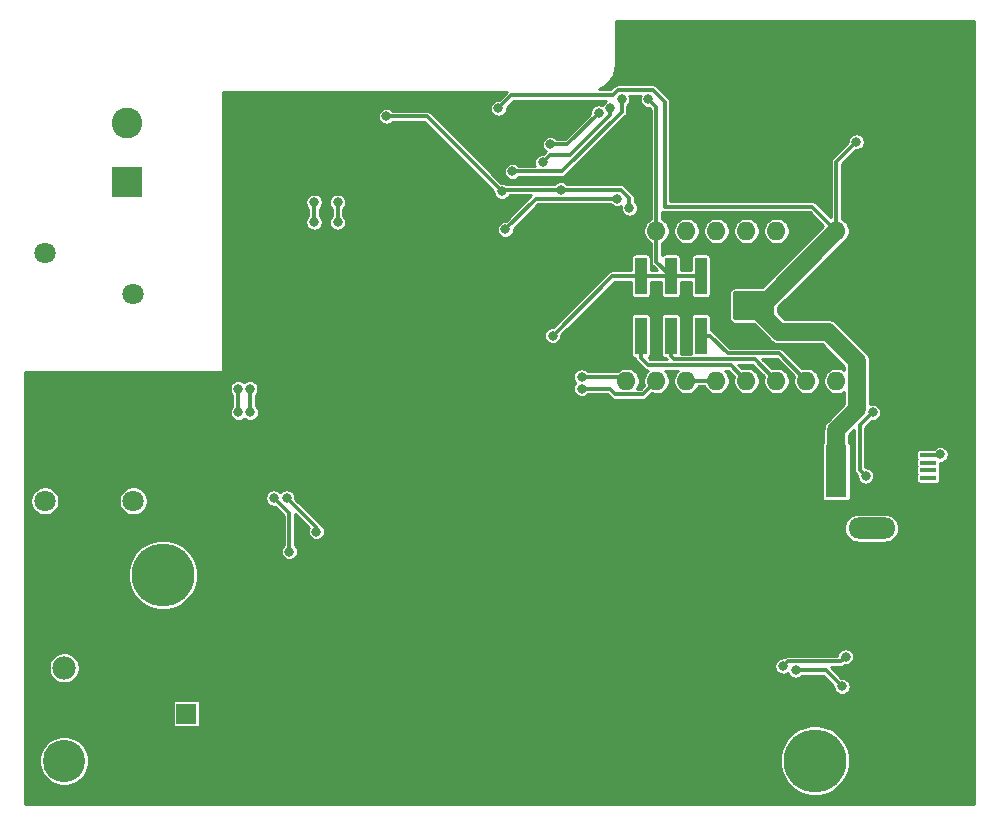
<source format=gbr>
%TF.GenerationSoftware,KiCad,Pcbnew,(5.1.9)-1*%
%TF.CreationDate,2021-05-06T00:14:11+03:00*%
%TF.ProjectId,hardware,68617264-7761-4726-952e-6b696361645f,rev?*%
%TF.SameCoordinates,Original*%
%TF.FileFunction,Copper,L2,Bot*%
%TF.FilePolarity,Positive*%
%FSLAX46Y46*%
G04 Gerber Fmt 4.6, Leading zero omitted, Abs format (unit mm)*
G04 Created by KiCad (PCBNEW (5.1.9)-1) date 2021-05-06 00:14:11*
%MOMM*%
%LPD*%
G01*
G04 APERTURE LIST*
%TA.AperFunction,ComponentPad*%
%ADD10O,1.700000X1.700000*%
%TD*%
%TA.AperFunction,ComponentPad*%
%ADD11R,1.700000X1.700000*%
%TD*%
%TA.AperFunction,ComponentPad*%
%ADD12C,5.325000*%
%TD*%
%TA.AperFunction,ComponentPad*%
%ADD13C,3.585000*%
%TD*%
%TA.AperFunction,ComponentPad*%
%ADD14C,1.980000*%
%TD*%
%TA.AperFunction,ComponentPad*%
%ADD15C,7.400000*%
%TD*%
%TA.AperFunction,SMDPad,CuDef*%
%ADD16R,1.000000X3.150000*%
%TD*%
%TA.AperFunction,ComponentPad*%
%ADD17C,1.800000*%
%TD*%
%TA.AperFunction,ComponentPad*%
%ADD18C,2.600000*%
%TD*%
%TA.AperFunction,ComponentPad*%
%ADD19R,2.600000X2.600000*%
%TD*%
%TA.AperFunction,ComponentPad*%
%ADD20R,1.800000X4.400000*%
%TD*%
%TA.AperFunction,ComponentPad*%
%ADD21O,1.800000X4.000000*%
%TD*%
%TA.AperFunction,ComponentPad*%
%ADD22O,4.000000X1.800000*%
%TD*%
%TA.AperFunction,SMDPad,CuDef*%
%ADD23R,1.900000X1.200000*%
%TD*%
%TA.AperFunction,ComponentPad*%
%ADD24O,1.900000X1.200000*%
%TD*%
%TA.AperFunction,SMDPad,CuDef*%
%ADD25R,1.900000X1.500000*%
%TD*%
%TA.AperFunction,ComponentPad*%
%ADD26C,1.450000*%
%TD*%
%TA.AperFunction,SMDPad,CuDef*%
%ADD27R,1.350000X0.400000*%
%TD*%
%TA.AperFunction,ComponentPad*%
%ADD28O,1.600000X1.600000*%
%TD*%
%TA.AperFunction,ComponentPad*%
%ADD29R,1.600000X1.600000*%
%TD*%
%TA.AperFunction,ViaPad*%
%ADD30C,0.800000*%
%TD*%
%TA.AperFunction,Conductor*%
%ADD31C,0.300000*%
%TD*%
%TA.AperFunction,Conductor*%
%ADD32C,1.500000*%
%TD*%
%TA.AperFunction,Conductor*%
%ADD33C,0.254000*%
%TD*%
%TA.AperFunction,Conductor*%
%ADD34C,0.100000*%
%TD*%
G04 APERTURE END LIST*
D10*
%TO.P,BT1,2*%
%TO.N,GND*%
X209000000Y-120460000D03*
D11*
%TO.P,BT1,1*%
%TO.N,VCC*%
X209000000Y-123000000D03*
%TD*%
D12*
%TO.P,BT2,MH3*%
%TO.N,N/C*%
X207000000Y-111260000D03*
D13*
%TO.P,BT2,MH2*%
X198640000Y-127000000D03*
D12*
%TO.P,BT2,MH1*%
X262200000Y-127000000D03*
D14*
%TO.P,BT2,1*%
%TO.N,VCC*%
X198640000Y-119130000D03*
%TO.P,BT2,2*%
%TO.N,GND*%
X270840000Y-119130000D03*
%TD*%
D15*
%TO.P,H3,1*%
%TO.N,GND*%
X254000000Y-75000000D03*
%TD*%
%TO.P,H2,1*%
%TO.N,GND*%
X219000000Y-100000000D03*
%TD*%
%TO.P,H1,1*%
%TO.N,GND*%
X249000000Y-100000000D03*
%TD*%
D16*
%TO.P,Microstep1,6*%
%TO.N,+3V3*%
X247460000Y-85950000D03*
%TO.P,Microstep1,5*%
%TO.N,Net-(A1-Pad12)*%
X247460000Y-91000000D03*
%TO.P,Microstep1,4*%
%TO.N,+3V3*%
X250000000Y-85950000D03*
%TO.P,Microstep1,3*%
%TO.N,Net-(A1-Pad11)*%
X250000000Y-91000000D03*
%TO.P,Microstep1,2*%
%TO.N,+3V3*%
X252540000Y-85950000D03*
%TO.P,Microstep1,1*%
%TO.N,Net-(A1-Pad10)*%
X252540000Y-91000000D03*
%TD*%
D17*
%TO.P,K1,6*%
%TO.N,COIL+*%
X204500000Y-105000000D03*
%TO.P,K1,5*%
%TO.N,COM*%
X204500000Y-87500000D03*
%TO.P,K1,3*%
%TO.N,NO*%
X197000000Y-84000000D03*
%TO.P,K1,1*%
%TO.N,COIL-*%
X197000000Y-105000000D03*
%TD*%
D18*
%TO.P,J4,2*%
%TO.N,NO*%
X204000000Y-73000000D03*
D19*
%TO.P,J4,1*%
%TO.N,COM*%
X204000000Y-78000000D03*
%TD*%
D20*
%TO.P,J3,1*%
%TO.N,VCC*%
X264000000Y-102500000D03*
D21*
%TO.P,J3,2*%
%TO.N,GND*%
X269800000Y-102500000D03*
D22*
%TO.P,J3,3*%
%TO.N,Net-(J3-Pad3)*%
X267000000Y-107300000D03*
%TD*%
D23*
%TO.P,J1,6*%
%TO.N,GND*%
X274487500Y-99500000D03*
X274487500Y-105300000D03*
D24*
X274487500Y-105900000D03*
X274487500Y-98900000D03*
D25*
X274487500Y-101400000D03*
D26*
X271787500Y-104900000D03*
D27*
%TO.P,J1,3*%
%TO.N,Net-(J1-Pad3)*%
X271787500Y-102400000D03*
%TO.P,J1,4*%
%TO.N,Net-(J1-Pad4)*%
X271787500Y-103050000D03*
%TO.P,J1,5*%
%TO.N,GND*%
X271787500Y-103700000D03*
%TO.P,J1,1*%
%TO.N,+5V*%
X271787500Y-101100000D03*
%TO.P,J1,2*%
%TO.N,Net-(J1-Pad2)*%
X271787500Y-101750000D03*
D26*
%TO.P,J1,6*%
%TO.N,GND*%
X271787500Y-99900000D03*
D25*
X274487500Y-103400000D03*
%TD*%
%TO.P,C7,2*%
%TO.N,GND*%
%TA.AperFunction,SMDPad,CuDef*%
G36*
G01*
X261750000Y-89475000D02*
X261750000Y-87475000D01*
G75*
G02*
X262000000Y-87225000I250000J0D01*
G01*
X265000000Y-87225000D01*
G75*
G02*
X265250000Y-87475000I0J-250000D01*
G01*
X265250000Y-89475000D01*
G75*
G02*
X265000000Y-89725000I-250000J0D01*
G01*
X262000000Y-89725000D01*
G75*
G02*
X261750000Y-89475000I0J250000D01*
G01*
G37*
%TD.AperFunction*%
%TO.P,C7,1*%
%TO.N,VCC*%
%TA.AperFunction,SMDPad,CuDef*%
G36*
G01*
X255250000Y-89475000D02*
X255250000Y-87475000D01*
G75*
G02*
X255500000Y-87225000I250000J0D01*
G01*
X258500000Y-87225000D01*
G75*
G02*
X258750000Y-87475000I0J-250000D01*
G01*
X258750000Y-89475000D01*
G75*
G02*
X258500000Y-89725000I-250000J0D01*
G01*
X255500000Y-89725000D01*
G75*
G02*
X255250000Y-89475000I0J250000D01*
G01*
G37*
%TD.AperFunction*%
%TD*%
D28*
%TO.P,A1,16*%
%TO.N,GPIO15*%
X246250000Y-94835000D03*
%TO.P,A1,8*%
%TO.N,VCC*%
X264030000Y-82135000D03*
%TO.P,A1,15*%
%TO.N,GPIO14*%
X248790000Y-94835000D03*
%TO.P,A1,7*%
%TO.N,GND*%
X261490000Y-82135000D03*
%TO.P,A1,14*%
%TO.N,Net-(A1-Pad13)*%
X251330000Y-94835000D03*
%TO.P,A1,6*%
%TO.N,Net-(A1-Pad6)*%
X258950000Y-82135000D03*
%TO.P,A1,13*%
%TO.N,Net-(A1-Pad13)*%
X253870000Y-94835000D03*
%TO.P,A1,5*%
%TO.N,Net-(A1-Pad5)*%
X256410000Y-82135000D03*
%TO.P,A1,12*%
%TO.N,Net-(A1-Pad12)*%
X256410000Y-94835000D03*
%TO.P,A1,4*%
%TO.N,Net-(A1-Pad4)*%
X253870000Y-82135000D03*
%TO.P,A1,11*%
%TO.N,Net-(A1-Pad11)*%
X258950000Y-94835000D03*
%TO.P,A1,3*%
%TO.N,Net-(A1-Pad3)*%
X251330000Y-82135000D03*
%TO.P,A1,10*%
%TO.N,Net-(A1-Pad10)*%
X261490000Y-94835000D03*
%TO.P,A1,2*%
%TO.N,+3V3*%
X248790000Y-82135000D03*
%TO.P,A1,9*%
%TO.N,Net-(A1-Pad9)*%
X264030000Y-94835000D03*
D29*
%TO.P,A1,1*%
%TO.N,GND*%
X246250000Y-82135000D03*
%TD*%
D30*
%TO.N,GPIO15*%
X242449982Y-94500000D03*
%TO.N,VCC*%
X265700000Y-74600000D03*
X235400000Y-71750000D03*
%TO.N,GPIO14*%
X242449982Y-95500003D03*
%TO.N,GND*%
X222000000Y-109000000D03*
X260000000Y-75000000D03*
X275000000Y-102000000D03*
X275000000Y-105000000D03*
X197000000Y-96000000D03*
X197000000Y-99000000D03*
X197000000Y-108000000D03*
X197000000Y-111000000D03*
X197000000Y-114000000D03*
X200000000Y-108000000D03*
X203000000Y-108000000D03*
X206000000Y-108000000D03*
X200000000Y-111000000D03*
X203000000Y-111000000D03*
X200000000Y-114000000D03*
X203000000Y-114000000D03*
X209000000Y-108000000D03*
X212000000Y-108000000D03*
X212000000Y-111000000D03*
X209000000Y-114000000D03*
X212000000Y-114000000D03*
X209000000Y-117000000D03*
X218000000Y-117000000D03*
X227000000Y-117000000D03*
X227000000Y-120000000D03*
X227000000Y-123000000D03*
X224000000Y-123000000D03*
X221000000Y-126000000D03*
X218000000Y-126000000D03*
X212000000Y-126000000D03*
X209000000Y-126000000D03*
X206000000Y-126000000D03*
X200000000Y-123000000D03*
X203000000Y-126000000D03*
X230000000Y-123000000D03*
X233000000Y-123000000D03*
X236000000Y-123000000D03*
X239000000Y-123000000D03*
X242000000Y-123000000D03*
X245000000Y-123000000D03*
X248000000Y-123000000D03*
X251000000Y-123000000D03*
X254000000Y-123000000D03*
X257000000Y-123000000D03*
X257000000Y-120000000D03*
X254000000Y-120000000D03*
X251000000Y-120000000D03*
X248000000Y-120000000D03*
X245000000Y-120000000D03*
X242000000Y-120000000D03*
X239000000Y-120000000D03*
X236000000Y-120000000D03*
X233000000Y-120000000D03*
X230000000Y-120000000D03*
X230000000Y-117000000D03*
X233000000Y-117000000D03*
X236000000Y-117000000D03*
X242000000Y-117000000D03*
X239000000Y-117000000D03*
X248000000Y-117000000D03*
X251000000Y-117000000D03*
X254000000Y-117000000D03*
X245000000Y-117000000D03*
X251000000Y-114000000D03*
X248000000Y-114000000D03*
X245000000Y-114000000D03*
X242000000Y-114000000D03*
X239000000Y-114000000D03*
X236000000Y-114000000D03*
X233000000Y-114000000D03*
X230000000Y-114000000D03*
X227000000Y-114000000D03*
X227000000Y-111000000D03*
X230000000Y-111000000D03*
X233000000Y-111000000D03*
X236000000Y-111000000D03*
X239000000Y-111000000D03*
X242000000Y-111000000D03*
X245000000Y-111000000D03*
X248000000Y-111000000D03*
X245000000Y-108000000D03*
X242000000Y-108000000D03*
X239000000Y-108000000D03*
X236000000Y-108000000D03*
X230000000Y-108000000D03*
X227000000Y-108000000D03*
X227000000Y-105000000D03*
X230000000Y-105000000D03*
X233000000Y-105000000D03*
X233000000Y-108000000D03*
X236000000Y-105000000D03*
X239000000Y-105000000D03*
X242000000Y-105000000D03*
X239000000Y-102000000D03*
X242000000Y-99000000D03*
X242000000Y-102000000D03*
X239000000Y-99000000D03*
X236000000Y-102000000D03*
X236000000Y-99000000D03*
X233000000Y-102000000D03*
X233000000Y-99000000D03*
X230000000Y-102000000D03*
X230000000Y-99000000D03*
X227000000Y-102000000D03*
X227000000Y-99000000D03*
X224000000Y-99000000D03*
X224000000Y-102000000D03*
X224000000Y-105000000D03*
X224000000Y-96000000D03*
X221000000Y-93000000D03*
X224000000Y-93000000D03*
X221000000Y-96000000D03*
X227000000Y-96000000D03*
X227000000Y-93000000D03*
X230000000Y-93000000D03*
X230000000Y-96000000D03*
X233000000Y-96000000D03*
X233000000Y-93000000D03*
X236000000Y-96000000D03*
X239000000Y-96000000D03*
X230000000Y-90000000D03*
X227000000Y-84000000D03*
X221000000Y-84000000D03*
X227000000Y-81000000D03*
X227000000Y-78000000D03*
X224000000Y-78000000D03*
X221000000Y-75000000D03*
X218000000Y-75000000D03*
X221000000Y-72000000D03*
X248000000Y-75000000D03*
X248000000Y-78000000D03*
X257000000Y-72000000D03*
X263000000Y-72000000D03*
X269000000Y-72000000D03*
X272000000Y-72000000D03*
X272000000Y-66000000D03*
X269000000Y-66000000D03*
X266000000Y-84000000D03*
X269000000Y-84000000D03*
X254000000Y-90000000D03*
X239000000Y-93000000D03*
X242000000Y-93000000D03*
X236000000Y-90000000D03*
X254000000Y-99000000D03*
X257000000Y-99000000D03*
X260000000Y-99000000D03*
X254000000Y-102000000D03*
X257000000Y-102000000D03*
X254000000Y-105000000D03*
X251000000Y-105000000D03*
X254000000Y-108000000D03*
X257000000Y-105000000D03*
X260000000Y-108000000D03*
X260000000Y-111000000D03*
X260000000Y-114000000D03*
X257000000Y-108000000D03*
X257000000Y-108000000D03*
X257000000Y-111000000D03*
X263000000Y-108000000D03*
X263000000Y-111000000D03*
X263000000Y-114000000D03*
X266000000Y-111000000D03*
X269000000Y-117000000D03*
X269000000Y-120000000D03*
X275000000Y-126000000D03*
X275000000Y-123000000D03*
X275000000Y-114000000D03*
X275000000Y-111000000D03*
X275000000Y-93000000D03*
X275000000Y-90000000D03*
X275000000Y-81000000D03*
X275000000Y-78000000D03*
X275000000Y-69000000D03*
X234000000Y-73000000D03*
X234000000Y-74000000D03*
X235000000Y-74000000D03*
X235000000Y-73000000D03*
X243000000Y-76000000D03*
X243000000Y-77000000D03*
X242000000Y-77000000D03*
X260000000Y-71000000D03*
X260000000Y-72000000D03*
X263000000Y-73000000D03*
X264000000Y-73000000D03*
X213000000Y-93000000D03*
X213000000Y-92000000D03*
X213000000Y-91000000D03*
X213000000Y-90000000D03*
X214000000Y-90000000D03*
X214000000Y-92000000D03*
X214000000Y-91000000D03*
X219000000Y-83000000D03*
X219000000Y-77000000D03*
X220000000Y-77000000D03*
X219000000Y-72000000D03*
X223000000Y-72000000D03*
X227000000Y-76000000D03*
X229000000Y-76000000D03*
X229000000Y-78000000D03*
X229000000Y-81000000D03*
X225000000Y-84000000D03*
X224000000Y-82000000D03*
X243000000Y-82000000D03*
X246000000Y-75000000D03*
X222000000Y-110000000D03*
X224000000Y-112000000D03*
X218000000Y-115000000D03*
X220000000Y-115000000D03*
X203000000Y-129000000D03*
X206000000Y-129000000D03*
X209000000Y-129000000D03*
X212000000Y-129000000D03*
X215000000Y-129000000D03*
X218000000Y-129000000D03*
X221000000Y-129000000D03*
X224000000Y-129000000D03*
X227000000Y-129000000D03*
X230000000Y-129000000D03*
X233000000Y-129000000D03*
X236000000Y-129000000D03*
X239000000Y-129000000D03*
X242000000Y-129000000D03*
X245000000Y-129000000D03*
X248000000Y-129000000D03*
X251000000Y-129000000D03*
X254000000Y-129000000D03*
X257000000Y-129000000D03*
X260000000Y-105000000D03*
X243000000Y-81000000D03*
X242000000Y-82000000D03*
%TO.N,+3V3*%
X248100000Y-70999990D03*
X246500000Y-80200000D03*
X240700000Y-78650000D03*
X235700000Y-78800000D03*
X240000000Y-91000000D03*
X225930331Y-72430331D03*
%TO.N,+5V*%
X272799402Y-101053513D03*
%TO.N,Net-(D3-Pad1)*%
X266514221Y-102885779D03*
X267100618Y-97500131D03*
%TO.N,FLASH*%
X239800000Y-74800000D03*
X243892452Y-72157548D03*
%TO.N,MOSI*%
X259511861Y-118980765D03*
X264800000Y-118200000D03*
X245846751Y-70999990D03*
X236600000Y-77100000D03*
%TO.N,SCK*%
X260569108Y-119330892D03*
X264500000Y-120700000D03*
X244891362Y-71749990D03*
X239160038Y-76332727D03*
%TO.N,RX*%
X221800000Y-81400000D03*
X221800000Y-79700000D03*
%TO.N,TX*%
X219800000Y-81400000D03*
X219800000Y-79700000D03*
%TO.N,GPIO12*%
X214369669Y-95500000D03*
X214400000Y-97500010D03*
X217500000Y-104750000D03*
X220000000Y-107600000D03*
%TO.N,GPIO13*%
X217700000Y-109300000D03*
X213369666Y-95500000D03*
X213399999Y-97500010D03*
X216400000Y-104750000D03*
%TO.N,GPIO2*%
X236000000Y-82000000D03*
X245450010Y-79400000D03*
%TD*%
D31*
%TO.N,GPIO15*%
X245915000Y-94500000D02*
X246250000Y-94835000D01*
X242449982Y-94500000D02*
X245915000Y-94500000D01*
D32*
%TO.N,VCC*%
X264000000Y-102500000D02*
X264000000Y-99000000D01*
X265780001Y-97219999D02*
X265780001Y-93180001D01*
X264000000Y-99000000D02*
X265780001Y-97219999D01*
X259200010Y-90675010D02*
X257000000Y-88475000D01*
X263275010Y-90675010D02*
X259200010Y-90675010D01*
X265780001Y-93180001D02*
X263275010Y-90675010D01*
X257690000Y-88475000D02*
X257000000Y-88475000D01*
X264030000Y-82135000D02*
X257690000Y-88475000D01*
D31*
X264030000Y-76270000D02*
X265700000Y-74600000D01*
X264030000Y-82135000D02*
X264030000Y-76270000D01*
X245536739Y-70200000D02*
X248500000Y-70200000D01*
X245096750Y-70639989D02*
X245536739Y-70200000D01*
X236510011Y-70639989D02*
X245096750Y-70639989D01*
X235400000Y-71750000D02*
X236510011Y-70639989D01*
X248500000Y-70200000D02*
X249500000Y-71200000D01*
X249500000Y-71200000D02*
X249500000Y-80100000D01*
X261995000Y-80100000D02*
X264030000Y-82135000D01*
X249500000Y-80100000D02*
X261995000Y-80100000D01*
%TO.N,GPIO14*%
X247639999Y-95985001D02*
X248790000Y-94835000D01*
X244830001Y-95500003D02*
X245314999Y-95985001D01*
X242449982Y-95500003D02*
X244830001Y-95500003D01*
X245314999Y-95985001D02*
X247639999Y-95985001D01*
%TO.N,GND*%
X271787500Y-103700000D02*
X271787500Y-104900000D01*
%TO.N,Net-(A1-Pad13)*%
X251330000Y-94835000D02*
X253870000Y-94835000D01*
%TO.N,Net-(A1-Pad12)*%
X247460000Y-92875000D02*
X248085000Y-93500000D01*
X247460000Y-91000000D02*
X247460000Y-92875000D01*
X255075000Y-93500000D02*
X256410000Y-94835000D01*
X248085000Y-93500000D02*
X255075000Y-93500000D01*
%TO.N,Net-(A1-Pad11)*%
X250000000Y-91000000D02*
X250000000Y-92700000D01*
X250000000Y-92700000D02*
X250299990Y-92999990D01*
X257114990Y-92999990D02*
X258950000Y-94835000D01*
X250299990Y-92999990D02*
X257114990Y-92999990D01*
%TO.N,Net-(A1-Pad10)*%
X253340000Y-91000000D02*
X254839980Y-92499980D01*
X252540000Y-91000000D02*
X253340000Y-91000000D01*
X259154980Y-92499980D02*
X261490000Y-94835000D01*
X254839980Y-92499980D02*
X259154980Y-92499980D01*
%TO.N,+3V3*%
X247460000Y-85950000D02*
X250000000Y-85950000D01*
X252540000Y-85950000D02*
X250000000Y-85950000D01*
X248790000Y-84740000D02*
X250000000Y-85950000D01*
X248790000Y-82135000D02*
X248790000Y-84740000D01*
X248790000Y-71689990D02*
X248790000Y-82135000D01*
X248100000Y-70999990D02*
X248790000Y-71689990D01*
X245810012Y-78650000D02*
X240700000Y-78650000D01*
X246500000Y-79339988D02*
X245810012Y-78650000D01*
X246500000Y-80200000D02*
X246500000Y-79339988D01*
X235850000Y-78650000D02*
X235700000Y-78800000D01*
X240700000Y-78650000D02*
X235850000Y-78650000D01*
X245050000Y-85950000D02*
X247460000Y-85950000D01*
X240000000Y-91000000D02*
X245050000Y-85950000D01*
X229330331Y-72430331D02*
X235700000Y-78800000D01*
X225930331Y-72430331D02*
X229330331Y-72430331D01*
%TO.N,+5V*%
X272752915Y-101100000D02*
X272799402Y-101053513D01*
X271787500Y-101100000D02*
X272752915Y-101100000D01*
%TO.N,Net-(D3-Pad1)*%
X266000000Y-102371558D02*
X266000000Y-99900000D01*
X266514221Y-102885779D02*
X266000000Y-102371558D01*
X266000000Y-98600749D02*
X267100618Y-97500131D01*
X266000000Y-99900000D02*
X266000000Y-98600749D01*
%TO.N,FLASH*%
X241250000Y-74800000D02*
X243892452Y-72157548D01*
X239800000Y-74800000D02*
X241250000Y-74800000D01*
%TO.N,MOSI*%
X264419234Y-118580766D02*
X264800000Y-118200000D01*
X259911860Y-118580766D02*
X264419234Y-118580766D01*
X259511861Y-118980765D02*
X259911860Y-118580766D01*
X240814157Y-77100000D02*
X236600000Y-77100000D01*
X245846751Y-72067406D02*
X240814157Y-77100000D01*
X245846751Y-70999990D02*
X245846751Y-72067406D01*
%TO.N,SCK*%
X263130892Y-119330892D02*
X264500000Y-120700000D01*
X260569108Y-119330892D02*
X263130892Y-119330892D01*
X244891362Y-72315675D02*
X241507037Y-75700000D01*
X244891362Y-71749990D02*
X244891362Y-72315675D01*
X239792765Y-75700000D02*
X239160038Y-76332727D01*
X241507037Y-75700000D02*
X239792765Y-75700000D01*
%TO.N,RX*%
X221800000Y-81400000D02*
X221800000Y-79700000D01*
%TO.N,TX*%
X219800000Y-81400000D02*
X219800000Y-79700000D01*
%TO.N,GPIO12*%
X214369669Y-97469679D02*
X214400000Y-97500010D01*
X214369669Y-95500000D02*
X214369669Y-97469679D01*
X220000000Y-107250000D02*
X220000000Y-107600000D01*
X217500000Y-104750000D02*
X220000000Y-107250000D01*
%TO.N,GPIO13*%
X213369666Y-97469677D02*
X213399999Y-97500010D01*
X213369666Y-95500000D02*
X213369666Y-97469677D01*
X217700000Y-106050000D02*
X217700000Y-109300000D01*
X216400000Y-104750000D02*
X217700000Y-106050000D01*
%TO.N,GPIO2*%
X238600000Y-79400000D02*
X245450010Y-79400000D01*
X236000000Y-82000000D02*
X238600000Y-79400000D01*
%TD*%
D33*
%TO.N,GND*%
X275648000Y-130648000D02*
X195352000Y-130648000D01*
X195352000Y-126791248D01*
X196520500Y-126791248D01*
X196520500Y-127208752D01*
X196601952Y-127618235D01*
X196761724Y-128003960D01*
X196993677Y-128351102D01*
X197288898Y-128646323D01*
X197636040Y-128878276D01*
X198021765Y-129038048D01*
X198431248Y-129119500D01*
X198848752Y-129119500D01*
X199258235Y-129038048D01*
X199643960Y-128878276D01*
X199991102Y-128646323D01*
X200286323Y-128351102D01*
X200518276Y-128003960D01*
X200678048Y-127618235D01*
X200759500Y-127208752D01*
X200759500Y-126791248D01*
X200742456Y-126705560D01*
X259210500Y-126705560D01*
X259210500Y-127294440D01*
X259325385Y-127872005D01*
X259550739Y-128416059D01*
X259877904Y-128905695D01*
X260294305Y-129322096D01*
X260783941Y-129649261D01*
X261327995Y-129874615D01*
X261905560Y-129989500D01*
X262494440Y-129989500D01*
X263072005Y-129874615D01*
X263616059Y-129649261D01*
X264105695Y-129322096D01*
X264522096Y-128905695D01*
X264849261Y-128416059D01*
X265074615Y-127872005D01*
X265189500Y-127294440D01*
X265189500Y-126705560D01*
X265074615Y-126127995D01*
X264849261Y-125583941D01*
X264522096Y-125094305D01*
X264105695Y-124677904D01*
X263616059Y-124350739D01*
X263072005Y-124125385D01*
X262494440Y-124010500D01*
X261905560Y-124010500D01*
X261327995Y-124125385D01*
X260783941Y-124350739D01*
X260294305Y-124677904D01*
X259877904Y-125094305D01*
X259550739Y-125583941D01*
X259325385Y-126127995D01*
X259210500Y-126705560D01*
X200742456Y-126705560D01*
X200678048Y-126381765D01*
X200518276Y-125996040D01*
X200286323Y-125648898D01*
X199991102Y-125353677D01*
X199643960Y-125121724D01*
X199258235Y-124961952D01*
X198848752Y-124880500D01*
X198431248Y-124880500D01*
X198021765Y-124961952D01*
X197636040Y-125121724D01*
X197288898Y-125353677D01*
X196993677Y-125648898D01*
X196761724Y-125996040D01*
X196601952Y-126381765D01*
X196520500Y-126791248D01*
X195352000Y-126791248D01*
X195352000Y-122150000D01*
X207821418Y-122150000D01*
X207821418Y-123850000D01*
X207827732Y-123914103D01*
X207846430Y-123975743D01*
X207876794Y-124032550D01*
X207917657Y-124082343D01*
X207967450Y-124123206D01*
X208024257Y-124153570D01*
X208085897Y-124172268D01*
X208150000Y-124178582D01*
X209850000Y-124178582D01*
X209914103Y-124172268D01*
X209975743Y-124153570D01*
X210032550Y-124123206D01*
X210082343Y-124082343D01*
X210123206Y-124032550D01*
X210153570Y-123975743D01*
X210172268Y-123914103D01*
X210178582Y-123850000D01*
X210178582Y-122150000D01*
X210172268Y-122085897D01*
X210153570Y-122024257D01*
X210123206Y-121967450D01*
X210082343Y-121917657D01*
X210032550Y-121876794D01*
X209975743Y-121846430D01*
X209914103Y-121827732D01*
X209850000Y-121821418D01*
X208150000Y-121821418D01*
X208085897Y-121827732D01*
X208024257Y-121846430D01*
X207967450Y-121876794D01*
X207917657Y-121917657D01*
X207876794Y-121967450D01*
X207846430Y-122024257D01*
X207827732Y-122085897D01*
X207821418Y-122150000D01*
X195352000Y-122150000D01*
X195352000Y-119000287D01*
X197323000Y-119000287D01*
X197323000Y-119259713D01*
X197373612Y-119514155D01*
X197472890Y-119753833D01*
X197617020Y-119969538D01*
X197800462Y-120152980D01*
X198016167Y-120297110D01*
X198255845Y-120396388D01*
X198510287Y-120447000D01*
X198769713Y-120447000D01*
X199024155Y-120396388D01*
X199263833Y-120297110D01*
X199479538Y-120152980D01*
X199662980Y-119969538D01*
X199807110Y-119753833D01*
X199906388Y-119514155D01*
X199957000Y-119259713D01*
X199957000Y-119000287D01*
X199938874Y-118909162D01*
X258784861Y-118909162D01*
X258784861Y-119052368D01*
X258812799Y-119192823D01*
X258867602Y-119325129D01*
X258947163Y-119444201D01*
X259048425Y-119545463D01*
X259167497Y-119625024D01*
X259299803Y-119679827D01*
X259440258Y-119707765D01*
X259583464Y-119707765D01*
X259723919Y-119679827D01*
X259856225Y-119625024D01*
X259893677Y-119600000D01*
X259924849Y-119675256D01*
X260004410Y-119794328D01*
X260105672Y-119895590D01*
X260224744Y-119975151D01*
X260357050Y-120029954D01*
X260497505Y-120057892D01*
X260640711Y-120057892D01*
X260781166Y-120029954D01*
X260913472Y-119975151D01*
X261032544Y-119895590D01*
X261120242Y-119807892D01*
X262933313Y-119807892D01*
X263773000Y-120647580D01*
X263773000Y-120771603D01*
X263800938Y-120912058D01*
X263855741Y-121044364D01*
X263935302Y-121163436D01*
X264036564Y-121264698D01*
X264155636Y-121344259D01*
X264287942Y-121399062D01*
X264428397Y-121427000D01*
X264571603Y-121427000D01*
X264712058Y-121399062D01*
X264844364Y-121344259D01*
X264963436Y-121264698D01*
X265064698Y-121163436D01*
X265144259Y-121044364D01*
X265199062Y-120912058D01*
X265227000Y-120771603D01*
X265227000Y-120628397D01*
X265199062Y-120487942D01*
X265144259Y-120355636D01*
X265064698Y-120236564D01*
X264963436Y-120135302D01*
X264844364Y-120055741D01*
X264712058Y-120000938D01*
X264571603Y-119973000D01*
X264447580Y-119973000D01*
X263532345Y-119057766D01*
X264395819Y-119057766D01*
X264419234Y-119060072D01*
X264442649Y-119057766D01*
X264442657Y-119057766D01*
X264512742Y-119050863D01*
X264602657Y-119023588D01*
X264685523Y-118979295D01*
X264749244Y-118927000D01*
X264871603Y-118927000D01*
X265012058Y-118899062D01*
X265144364Y-118844259D01*
X265263436Y-118764698D01*
X265364698Y-118663436D01*
X265444259Y-118544364D01*
X265499062Y-118412058D01*
X265527000Y-118271603D01*
X265527000Y-118128397D01*
X265499062Y-117987942D01*
X265444259Y-117855636D01*
X265364698Y-117736564D01*
X265263436Y-117635302D01*
X265144364Y-117555741D01*
X265012058Y-117500938D01*
X264871603Y-117473000D01*
X264728397Y-117473000D01*
X264587942Y-117500938D01*
X264455636Y-117555741D01*
X264336564Y-117635302D01*
X264235302Y-117736564D01*
X264155741Y-117855636D01*
X264100938Y-117987942D01*
X264077899Y-118103766D01*
X259935274Y-118103766D01*
X259911859Y-118101460D01*
X259888444Y-118103766D01*
X259888437Y-118103766D01*
X259818352Y-118110669D01*
X259728437Y-118137944D01*
X259645571Y-118182237D01*
X259572939Y-118241845D01*
X259563156Y-118253765D01*
X259440258Y-118253765D01*
X259299803Y-118281703D01*
X259167497Y-118336506D01*
X259048425Y-118416067D01*
X258947163Y-118517329D01*
X258867602Y-118636401D01*
X258812799Y-118768707D01*
X258784861Y-118909162D01*
X199938874Y-118909162D01*
X199906388Y-118745845D01*
X199807110Y-118506167D01*
X199662980Y-118290462D01*
X199479538Y-118107020D01*
X199263833Y-117962890D01*
X199024155Y-117863612D01*
X198769713Y-117813000D01*
X198510287Y-117813000D01*
X198255845Y-117863612D01*
X198016167Y-117962890D01*
X197800462Y-118107020D01*
X197617020Y-118290462D01*
X197472890Y-118506167D01*
X197373612Y-118745845D01*
X197323000Y-119000287D01*
X195352000Y-119000287D01*
X195352000Y-110965560D01*
X204010500Y-110965560D01*
X204010500Y-111554440D01*
X204125385Y-112132005D01*
X204350739Y-112676059D01*
X204677904Y-113165695D01*
X205094305Y-113582096D01*
X205583941Y-113909261D01*
X206127995Y-114134615D01*
X206705560Y-114249500D01*
X207294440Y-114249500D01*
X207872005Y-114134615D01*
X208416059Y-113909261D01*
X208905695Y-113582096D01*
X209322096Y-113165695D01*
X209649261Y-112676059D01*
X209874615Y-112132005D01*
X209989500Y-111554440D01*
X209989500Y-110965560D01*
X209874615Y-110387995D01*
X209649261Y-109843941D01*
X209322096Y-109354305D01*
X208905695Y-108937904D01*
X208416059Y-108610739D01*
X207872005Y-108385385D01*
X207294440Y-108270500D01*
X206705560Y-108270500D01*
X206127995Y-108385385D01*
X205583941Y-108610739D01*
X205094305Y-108937904D01*
X204677904Y-109354305D01*
X204350739Y-109843941D01*
X204125385Y-110387995D01*
X204010500Y-110965560D01*
X195352000Y-110965560D01*
X195352000Y-104879151D01*
X195773000Y-104879151D01*
X195773000Y-105120849D01*
X195820153Y-105357903D01*
X195912647Y-105581202D01*
X196046927Y-105782167D01*
X196217833Y-105953073D01*
X196418798Y-106087353D01*
X196642097Y-106179847D01*
X196879151Y-106227000D01*
X197120849Y-106227000D01*
X197357903Y-106179847D01*
X197581202Y-106087353D01*
X197782167Y-105953073D01*
X197953073Y-105782167D01*
X198087353Y-105581202D01*
X198179847Y-105357903D01*
X198227000Y-105120849D01*
X198227000Y-104879151D01*
X203273000Y-104879151D01*
X203273000Y-105120849D01*
X203320153Y-105357903D01*
X203412647Y-105581202D01*
X203546927Y-105782167D01*
X203717833Y-105953073D01*
X203918798Y-106087353D01*
X204142097Y-106179847D01*
X204379151Y-106227000D01*
X204620849Y-106227000D01*
X204857903Y-106179847D01*
X205081202Y-106087353D01*
X205282167Y-105953073D01*
X205453073Y-105782167D01*
X205587353Y-105581202D01*
X205679847Y-105357903D01*
X205727000Y-105120849D01*
X205727000Y-104879151D01*
X205687068Y-104678397D01*
X215673000Y-104678397D01*
X215673000Y-104821603D01*
X215700938Y-104962058D01*
X215755741Y-105094364D01*
X215835302Y-105213436D01*
X215936564Y-105314698D01*
X216055636Y-105394259D01*
X216187942Y-105449062D01*
X216328397Y-105477000D01*
X216452421Y-105477000D01*
X217223000Y-106247580D01*
X217223001Y-108748865D01*
X217135302Y-108836564D01*
X217055741Y-108955636D01*
X217000938Y-109087942D01*
X216973000Y-109228397D01*
X216973000Y-109371603D01*
X217000938Y-109512058D01*
X217055741Y-109644364D01*
X217135302Y-109763436D01*
X217236564Y-109864698D01*
X217355636Y-109944259D01*
X217487942Y-109999062D01*
X217628397Y-110027000D01*
X217771603Y-110027000D01*
X217912058Y-109999062D01*
X218044364Y-109944259D01*
X218163436Y-109864698D01*
X218264698Y-109763436D01*
X218344259Y-109644364D01*
X218399062Y-109512058D01*
X218427000Y-109371603D01*
X218427000Y-109228397D01*
X218399062Y-109087942D01*
X218344259Y-108955636D01*
X218264698Y-108836564D01*
X218177000Y-108748866D01*
X218177000Y-106101579D01*
X219348511Y-107273091D01*
X219300938Y-107387942D01*
X219273000Y-107528397D01*
X219273000Y-107671603D01*
X219300938Y-107812058D01*
X219355741Y-107944364D01*
X219435302Y-108063436D01*
X219536564Y-108164698D01*
X219655636Y-108244259D01*
X219787942Y-108299062D01*
X219928397Y-108327000D01*
X220071603Y-108327000D01*
X220212058Y-108299062D01*
X220344364Y-108244259D01*
X220463436Y-108164698D01*
X220564698Y-108063436D01*
X220644259Y-107944364D01*
X220699062Y-107812058D01*
X220727000Y-107671603D01*
X220727000Y-107528397D01*
X220699062Y-107387942D01*
X220662636Y-107300000D01*
X264667064Y-107300000D01*
X264690755Y-107540534D01*
X264760916Y-107771824D01*
X264874851Y-107984983D01*
X265028183Y-108171817D01*
X265215017Y-108325149D01*
X265428176Y-108439084D01*
X265659466Y-108509245D01*
X265839732Y-108527000D01*
X268160268Y-108527000D01*
X268340534Y-108509245D01*
X268571824Y-108439084D01*
X268784983Y-108325149D01*
X268971817Y-108171817D01*
X269125149Y-107984983D01*
X269239084Y-107771824D01*
X269309245Y-107540534D01*
X269332936Y-107300000D01*
X269309245Y-107059466D01*
X269239084Y-106828176D01*
X269125149Y-106615017D01*
X268971817Y-106428183D01*
X268784983Y-106274851D01*
X268571824Y-106160916D01*
X268340534Y-106090755D01*
X268160268Y-106073000D01*
X265839732Y-106073000D01*
X265659466Y-106090755D01*
X265428176Y-106160916D01*
X265215017Y-106274851D01*
X265028183Y-106428183D01*
X264874851Y-106615017D01*
X264760916Y-106828176D01*
X264690755Y-107059466D01*
X264667064Y-107300000D01*
X220662636Y-107300000D01*
X220644259Y-107255636D01*
X220564698Y-107136564D01*
X220463436Y-107035302D01*
X220405365Y-106996500D01*
X220398529Y-106983711D01*
X220338921Y-106911079D01*
X220320729Y-106896149D01*
X218227000Y-104802421D01*
X218227000Y-104678397D01*
X218199062Y-104537942D01*
X218144259Y-104405636D01*
X218064698Y-104286564D01*
X217963436Y-104185302D01*
X217844364Y-104105741D01*
X217712058Y-104050938D01*
X217571603Y-104023000D01*
X217428397Y-104023000D01*
X217287942Y-104050938D01*
X217155636Y-104105741D01*
X217036564Y-104185302D01*
X216950000Y-104271866D01*
X216863436Y-104185302D01*
X216744364Y-104105741D01*
X216612058Y-104050938D01*
X216471603Y-104023000D01*
X216328397Y-104023000D01*
X216187942Y-104050938D01*
X216055636Y-104105741D01*
X215936564Y-104185302D01*
X215835302Y-104286564D01*
X215755741Y-104405636D01*
X215700938Y-104537942D01*
X215673000Y-104678397D01*
X205687068Y-104678397D01*
X205679847Y-104642097D01*
X205587353Y-104418798D01*
X205453073Y-104217833D01*
X205282167Y-104046927D01*
X205081202Y-103912647D01*
X204857903Y-103820153D01*
X204620849Y-103773000D01*
X204379151Y-103773000D01*
X204142097Y-103820153D01*
X203918798Y-103912647D01*
X203717833Y-104046927D01*
X203546927Y-104217833D01*
X203412647Y-104418798D01*
X203320153Y-104642097D01*
X203273000Y-104879151D01*
X198227000Y-104879151D01*
X198179847Y-104642097D01*
X198087353Y-104418798D01*
X197953073Y-104217833D01*
X197782167Y-104046927D01*
X197581202Y-103912647D01*
X197357903Y-103820153D01*
X197120849Y-103773000D01*
X196879151Y-103773000D01*
X196642097Y-103820153D01*
X196418798Y-103912647D01*
X196217833Y-104046927D01*
X196046927Y-104217833D01*
X195912647Y-104418798D01*
X195820153Y-104642097D01*
X195773000Y-104879151D01*
X195352000Y-104879151D01*
X195352000Y-95428397D01*
X212642666Y-95428397D01*
X212642666Y-95571603D01*
X212670604Y-95712058D01*
X212725407Y-95844364D01*
X212804968Y-95963436D01*
X212892666Y-96051134D01*
X212892667Y-96979208D01*
X212835301Y-97036574D01*
X212755740Y-97155646D01*
X212700937Y-97287952D01*
X212672999Y-97428407D01*
X212672999Y-97571613D01*
X212700937Y-97712068D01*
X212755740Y-97844374D01*
X212835301Y-97963446D01*
X212936563Y-98064708D01*
X213055635Y-98144269D01*
X213187941Y-98199072D01*
X213328396Y-98227010D01*
X213471602Y-98227010D01*
X213612057Y-98199072D01*
X213744363Y-98144269D01*
X213863435Y-98064708D01*
X213900000Y-98028144D01*
X213936564Y-98064708D01*
X214055636Y-98144269D01*
X214187942Y-98199072D01*
X214328397Y-98227010D01*
X214471603Y-98227010D01*
X214612058Y-98199072D01*
X214744364Y-98144269D01*
X214863436Y-98064708D01*
X214964698Y-97963446D01*
X215044259Y-97844374D01*
X215099062Y-97712068D01*
X215127000Y-97571613D01*
X215127000Y-97428407D01*
X215099062Y-97287952D01*
X215044259Y-97155646D01*
X214964698Y-97036574D01*
X214863436Y-96935312D01*
X214846669Y-96924109D01*
X214846669Y-96051134D01*
X214934367Y-95963436D01*
X215013928Y-95844364D01*
X215068731Y-95712058D01*
X215096669Y-95571603D01*
X215096669Y-95428397D01*
X215068731Y-95287942D01*
X215013928Y-95155636D01*
X214934367Y-95036564D01*
X214833105Y-94935302D01*
X214714033Y-94855741D01*
X214581727Y-94800938D01*
X214441272Y-94773000D01*
X214298066Y-94773000D01*
X214157611Y-94800938D01*
X214025305Y-94855741D01*
X213906233Y-94935302D01*
X213869668Y-94971868D01*
X213833102Y-94935302D01*
X213714030Y-94855741D01*
X213581724Y-94800938D01*
X213441269Y-94773000D01*
X213298063Y-94773000D01*
X213157608Y-94800938D01*
X213025302Y-94855741D01*
X212906230Y-94935302D01*
X212804968Y-95036564D01*
X212725407Y-95155636D01*
X212670604Y-95287942D01*
X212642666Y-95428397D01*
X195352000Y-95428397D01*
X195352000Y-94428397D01*
X241722982Y-94428397D01*
X241722982Y-94571603D01*
X241750920Y-94712058D01*
X241805723Y-94844364D01*
X241885284Y-94963436D01*
X241921850Y-95000002D01*
X241885284Y-95036567D01*
X241805723Y-95155639D01*
X241750920Y-95287945D01*
X241722982Y-95428400D01*
X241722982Y-95571606D01*
X241750920Y-95712061D01*
X241805723Y-95844367D01*
X241885284Y-95963439D01*
X241986546Y-96064701D01*
X242105618Y-96144262D01*
X242237924Y-96199065D01*
X242378379Y-96227003D01*
X242521585Y-96227003D01*
X242662040Y-96199065D01*
X242794346Y-96144262D01*
X242913418Y-96064701D01*
X243001116Y-95977003D01*
X244632422Y-95977003D01*
X244961148Y-96305730D01*
X244976078Y-96323922D01*
X245048710Y-96383530D01*
X245131576Y-96427823D01*
X245221491Y-96455098D01*
X245291576Y-96462001D01*
X245291584Y-96462001D01*
X245314999Y-96464307D01*
X245338414Y-96462001D01*
X247616584Y-96462001D01*
X247639999Y-96464307D01*
X247663414Y-96462001D01*
X247663422Y-96462001D01*
X247733507Y-96455098D01*
X247823422Y-96427823D01*
X247906288Y-96383530D01*
X247978920Y-96323922D01*
X247993854Y-96305725D01*
X248404431Y-95895148D01*
X248461266Y-95918690D01*
X248679000Y-95962000D01*
X248901000Y-95962000D01*
X249118734Y-95918690D01*
X249323835Y-95833734D01*
X249508421Y-95710398D01*
X249665398Y-95553421D01*
X249788734Y-95368835D01*
X249873690Y-95163734D01*
X249917000Y-94946000D01*
X249917000Y-94724000D01*
X249873690Y-94506266D01*
X249788734Y-94301165D01*
X249665398Y-94116579D01*
X249525819Y-93977000D01*
X250594181Y-93977000D01*
X250454602Y-94116579D01*
X250331266Y-94301165D01*
X250246310Y-94506266D01*
X250203000Y-94724000D01*
X250203000Y-94946000D01*
X250246310Y-95163734D01*
X250331266Y-95368835D01*
X250454602Y-95553421D01*
X250611579Y-95710398D01*
X250796165Y-95833734D01*
X251001266Y-95918690D01*
X251219000Y-95962000D01*
X251441000Y-95962000D01*
X251658734Y-95918690D01*
X251863835Y-95833734D01*
X252048421Y-95710398D01*
X252205398Y-95553421D01*
X252328734Y-95368835D01*
X252352276Y-95312000D01*
X252847724Y-95312000D01*
X252871266Y-95368835D01*
X252994602Y-95553421D01*
X253151579Y-95710398D01*
X253336165Y-95833734D01*
X253541266Y-95918690D01*
X253759000Y-95962000D01*
X253981000Y-95962000D01*
X254198734Y-95918690D01*
X254403835Y-95833734D01*
X254588421Y-95710398D01*
X254745398Y-95553421D01*
X254868734Y-95368835D01*
X254953690Y-95163734D01*
X254997000Y-94946000D01*
X254997000Y-94724000D01*
X254953690Y-94506266D01*
X254868734Y-94301165D01*
X254745398Y-94116579D01*
X254605819Y-93977000D01*
X254877421Y-93977000D01*
X255349852Y-94449431D01*
X255326310Y-94506266D01*
X255283000Y-94724000D01*
X255283000Y-94946000D01*
X255326310Y-95163734D01*
X255411266Y-95368835D01*
X255534602Y-95553421D01*
X255691579Y-95710398D01*
X255876165Y-95833734D01*
X256081266Y-95918690D01*
X256299000Y-95962000D01*
X256521000Y-95962000D01*
X256738734Y-95918690D01*
X256943835Y-95833734D01*
X257128421Y-95710398D01*
X257285398Y-95553421D01*
X257408734Y-95368835D01*
X257493690Y-95163734D01*
X257537000Y-94946000D01*
X257537000Y-94724000D01*
X257493690Y-94506266D01*
X257408734Y-94301165D01*
X257285398Y-94116579D01*
X257128421Y-93959602D01*
X256943835Y-93836266D01*
X256738734Y-93751310D01*
X256521000Y-93708000D01*
X256299000Y-93708000D01*
X256081266Y-93751310D01*
X256024431Y-93774852D01*
X255726569Y-93476990D01*
X256917411Y-93476990D01*
X257889852Y-94449431D01*
X257866310Y-94506266D01*
X257823000Y-94724000D01*
X257823000Y-94946000D01*
X257866310Y-95163734D01*
X257951266Y-95368835D01*
X258074602Y-95553421D01*
X258231579Y-95710398D01*
X258416165Y-95833734D01*
X258621266Y-95918690D01*
X258839000Y-95962000D01*
X259061000Y-95962000D01*
X259278734Y-95918690D01*
X259483835Y-95833734D01*
X259668421Y-95710398D01*
X259825398Y-95553421D01*
X259948734Y-95368835D01*
X260033690Y-95163734D01*
X260077000Y-94946000D01*
X260077000Y-94724000D01*
X260033690Y-94506266D01*
X259948734Y-94301165D01*
X259825398Y-94116579D01*
X259668421Y-93959602D01*
X259483835Y-93836266D01*
X259278734Y-93751310D01*
X259061000Y-93708000D01*
X258839000Y-93708000D01*
X258621266Y-93751310D01*
X258564431Y-93774852D01*
X257766559Y-92976980D01*
X258957401Y-92976980D01*
X260429852Y-94449431D01*
X260406310Y-94506266D01*
X260363000Y-94724000D01*
X260363000Y-94946000D01*
X260406310Y-95163734D01*
X260491266Y-95368835D01*
X260614602Y-95553421D01*
X260771579Y-95710398D01*
X260956165Y-95833734D01*
X261161266Y-95918690D01*
X261379000Y-95962000D01*
X261601000Y-95962000D01*
X261818734Y-95918690D01*
X262023835Y-95833734D01*
X262208421Y-95710398D01*
X262365398Y-95553421D01*
X262488734Y-95368835D01*
X262573690Y-95163734D01*
X262617000Y-94946000D01*
X262617000Y-94724000D01*
X262573690Y-94506266D01*
X262488734Y-94301165D01*
X262365398Y-94116579D01*
X262208421Y-93959602D01*
X262023835Y-93836266D01*
X261818734Y-93751310D01*
X261601000Y-93708000D01*
X261379000Y-93708000D01*
X261161266Y-93751310D01*
X261104431Y-93774852D01*
X259508835Y-92179256D01*
X259493901Y-92161059D01*
X259421269Y-92101451D01*
X259338403Y-92057158D01*
X259248488Y-92029883D01*
X259178403Y-92022980D01*
X259178395Y-92022980D01*
X259154980Y-92020674D01*
X259131565Y-92022980D01*
X255037560Y-92022980D01*
X253693855Y-90679276D01*
X253678921Y-90661079D01*
X253606289Y-90601471D01*
X253523423Y-90557178D01*
X253433508Y-90529903D01*
X253368582Y-90523508D01*
X253368582Y-89425000D01*
X253362268Y-89360897D01*
X253343570Y-89299257D01*
X253313206Y-89242450D01*
X253272343Y-89192657D01*
X253222550Y-89151794D01*
X253165743Y-89121430D01*
X253104103Y-89102732D01*
X253040000Y-89096418D01*
X252040000Y-89096418D01*
X251975897Y-89102732D01*
X251914257Y-89121430D01*
X251857450Y-89151794D01*
X251807657Y-89192657D01*
X251766794Y-89242450D01*
X251736430Y-89299257D01*
X251717732Y-89360897D01*
X251711418Y-89425000D01*
X251711418Y-92522990D01*
X250828582Y-92522990D01*
X250828582Y-89425000D01*
X250822268Y-89360897D01*
X250803570Y-89299257D01*
X250773206Y-89242450D01*
X250732343Y-89192657D01*
X250682550Y-89151794D01*
X250625743Y-89121430D01*
X250564103Y-89102732D01*
X250500000Y-89096418D01*
X249500000Y-89096418D01*
X249435897Y-89102732D01*
X249374257Y-89121430D01*
X249317450Y-89151794D01*
X249267657Y-89192657D01*
X249226794Y-89242450D01*
X249196430Y-89299257D01*
X249177732Y-89360897D01*
X249171418Y-89425000D01*
X249171418Y-92575000D01*
X249177732Y-92639103D01*
X249196430Y-92700743D01*
X249226794Y-92757550D01*
X249267657Y-92807343D01*
X249317450Y-92848206D01*
X249374257Y-92878570D01*
X249435897Y-92897268D01*
X249500000Y-92903582D01*
X249567954Y-92903582D01*
X249601472Y-92966289D01*
X249648014Y-93023000D01*
X248282580Y-93023000D01*
X248119895Y-92860315D01*
X248142550Y-92848206D01*
X248192343Y-92807343D01*
X248233206Y-92757550D01*
X248263570Y-92700743D01*
X248282268Y-92639103D01*
X248288582Y-92575000D01*
X248288582Y-89425000D01*
X248282268Y-89360897D01*
X248263570Y-89299257D01*
X248233206Y-89242450D01*
X248192343Y-89192657D01*
X248142550Y-89151794D01*
X248085743Y-89121430D01*
X248024103Y-89102732D01*
X247960000Y-89096418D01*
X246960000Y-89096418D01*
X246895897Y-89102732D01*
X246834257Y-89121430D01*
X246777450Y-89151794D01*
X246727657Y-89192657D01*
X246686794Y-89242450D01*
X246656430Y-89299257D01*
X246637732Y-89360897D01*
X246631418Y-89425000D01*
X246631418Y-92575000D01*
X246637732Y-92639103D01*
X246656430Y-92700743D01*
X246686794Y-92757550D01*
X246727657Y-92807343D01*
X246777450Y-92848206D01*
X246834257Y-92878570D01*
X246895897Y-92897268D01*
X246960000Y-92903582D01*
X246983509Y-92903582D01*
X246989903Y-92968507D01*
X247017178Y-93058422D01*
X247035927Y-93093498D01*
X247061472Y-93141289D01*
X247085114Y-93170097D01*
X247096043Y-93183413D01*
X247121080Y-93213921D01*
X247139271Y-93228850D01*
X247731147Y-93820727D01*
X247746079Y-93838921D01*
X247818711Y-93898529D01*
X247901577Y-93942822D01*
X247991492Y-93970097D01*
X248054844Y-93976337D01*
X247914602Y-94116579D01*
X247791266Y-94301165D01*
X247706310Y-94506266D01*
X247663000Y-94724000D01*
X247663000Y-94946000D01*
X247706310Y-95163734D01*
X247729852Y-95220569D01*
X247442420Y-95508001D01*
X247155747Y-95508001D01*
X247248734Y-95368835D01*
X247333690Y-95163734D01*
X247377000Y-94946000D01*
X247377000Y-94724000D01*
X247333690Y-94506266D01*
X247248734Y-94301165D01*
X247125398Y-94116579D01*
X246968421Y-93959602D01*
X246783835Y-93836266D01*
X246578734Y-93751310D01*
X246361000Y-93708000D01*
X246139000Y-93708000D01*
X245921266Y-93751310D01*
X245716165Y-93836266D01*
X245531579Y-93959602D01*
X245468181Y-94023000D01*
X243001116Y-94023000D01*
X242913418Y-93935302D01*
X242794346Y-93855741D01*
X242662040Y-93800938D01*
X242521585Y-93773000D01*
X242378379Y-93773000D01*
X242237924Y-93800938D01*
X242105618Y-93855741D01*
X241986546Y-93935302D01*
X241885284Y-94036564D01*
X241805723Y-94155636D01*
X241750920Y-94287942D01*
X241722982Y-94428397D01*
X195352000Y-94428397D01*
X195352000Y-94127000D01*
X212000000Y-94127000D01*
X212024776Y-94124560D01*
X212048601Y-94117333D01*
X212070557Y-94105597D01*
X212089803Y-94089803D01*
X212105597Y-94070557D01*
X212117333Y-94048601D01*
X212124560Y-94024776D01*
X212127000Y-94000000D01*
X212127000Y-79628397D01*
X219073000Y-79628397D01*
X219073000Y-79771603D01*
X219100938Y-79912058D01*
X219155741Y-80044364D01*
X219235302Y-80163436D01*
X219323001Y-80251135D01*
X219323000Y-80848866D01*
X219235302Y-80936564D01*
X219155741Y-81055636D01*
X219100938Y-81187942D01*
X219073000Y-81328397D01*
X219073000Y-81471603D01*
X219100938Y-81612058D01*
X219155741Y-81744364D01*
X219235302Y-81863436D01*
X219336564Y-81964698D01*
X219455636Y-82044259D01*
X219587942Y-82099062D01*
X219728397Y-82127000D01*
X219871603Y-82127000D01*
X220012058Y-82099062D01*
X220144364Y-82044259D01*
X220263436Y-81964698D01*
X220364698Y-81863436D01*
X220444259Y-81744364D01*
X220499062Y-81612058D01*
X220527000Y-81471603D01*
X220527000Y-81328397D01*
X220499062Y-81187942D01*
X220444259Y-81055636D01*
X220364698Y-80936564D01*
X220277000Y-80848866D01*
X220277000Y-80251134D01*
X220364698Y-80163436D01*
X220444259Y-80044364D01*
X220499062Y-79912058D01*
X220527000Y-79771603D01*
X220527000Y-79628397D01*
X221073000Y-79628397D01*
X221073000Y-79771603D01*
X221100938Y-79912058D01*
X221155741Y-80044364D01*
X221235302Y-80163436D01*
X221323001Y-80251135D01*
X221323000Y-80848866D01*
X221235302Y-80936564D01*
X221155741Y-81055636D01*
X221100938Y-81187942D01*
X221073000Y-81328397D01*
X221073000Y-81471603D01*
X221100938Y-81612058D01*
X221155741Y-81744364D01*
X221235302Y-81863436D01*
X221336564Y-81964698D01*
X221455636Y-82044259D01*
X221587942Y-82099062D01*
X221728397Y-82127000D01*
X221871603Y-82127000D01*
X222012058Y-82099062D01*
X222144364Y-82044259D01*
X222263436Y-81964698D01*
X222364698Y-81863436D01*
X222444259Y-81744364D01*
X222499062Y-81612058D01*
X222527000Y-81471603D01*
X222527000Y-81328397D01*
X222499062Y-81187942D01*
X222444259Y-81055636D01*
X222364698Y-80936564D01*
X222277000Y-80848866D01*
X222277000Y-80251134D01*
X222364698Y-80163436D01*
X222444259Y-80044364D01*
X222499062Y-79912058D01*
X222527000Y-79771603D01*
X222527000Y-79628397D01*
X222499062Y-79487942D01*
X222444259Y-79355636D01*
X222364698Y-79236564D01*
X222263436Y-79135302D01*
X222144364Y-79055741D01*
X222012058Y-79000938D01*
X221871603Y-78973000D01*
X221728397Y-78973000D01*
X221587942Y-79000938D01*
X221455636Y-79055741D01*
X221336564Y-79135302D01*
X221235302Y-79236564D01*
X221155741Y-79355636D01*
X221100938Y-79487942D01*
X221073000Y-79628397D01*
X220527000Y-79628397D01*
X220499062Y-79487942D01*
X220444259Y-79355636D01*
X220364698Y-79236564D01*
X220263436Y-79135302D01*
X220144364Y-79055741D01*
X220012058Y-79000938D01*
X219871603Y-78973000D01*
X219728397Y-78973000D01*
X219587942Y-79000938D01*
X219455636Y-79055741D01*
X219336564Y-79135302D01*
X219235302Y-79236564D01*
X219155741Y-79355636D01*
X219100938Y-79487942D01*
X219073000Y-79628397D01*
X212127000Y-79628397D01*
X212127000Y-72358728D01*
X225203331Y-72358728D01*
X225203331Y-72501934D01*
X225231269Y-72642389D01*
X225286072Y-72774695D01*
X225365633Y-72893767D01*
X225466895Y-72995029D01*
X225585967Y-73074590D01*
X225718273Y-73129393D01*
X225858728Y-73157331D01*
X226001934Y-73157331D01*
X226142389Y-73129393D01*
X226274695Y-73074590D01*
X226393767Y-72995029D01*
X226481465Y-72907331D01*
X229132752Y-72907331D01*
X234973000Y-78747580D01*
X234973000Y-78871603D01*
X235000938Y-79012058D01*
X235055741Y-79144364D01*
X235135302Y-79263436D01*
X235236564Y-79364698D01*
X235355636Y-79444259D01*
X235487942Y-79499062D01*
X235628397Y-79527000D01*
X235771603Y-79527000D01*
X235912058Y-79499062D01*
X236044364Y-79444259D01*
X236163436Y-79364698D01*
X236264698Y-79263436D01*
X236344259Y-79144364D01*
X236351451Y-79127000D01*
X238198420Y-79127000D01*
X236052421Y-81273000D01*
X235928397Y-81273000D01*
X235787942Y-81300938D01*
X235655636Y-81355741D01*
X235536564Y-81435302D01*
X235435302Y-81536564D01*
X235355741Y-81655636D01*
X235300938Y-81787942D01*
X235273000Y-81928397D01*
X235273000Y-82071603D01*
X235300938Y-82212058D01*
X235355741Y-82344364D01*
X235435302Y-82463436D01*
X235536564Y-82564698D01*
X235655636Y-82644259D01*
X235787942Y-82699062D01*
X235928397Y-82727000D01*
X236071603Y-82727000D01*
X236212058Y-82699062D01*
X236344364Y-82644259D01*
X236463436Y-82564698D01*
X236564698Y-82463436D01*
X236644259Y-82344364D01*
X236699062Y-82212058D01*
X236727000Y-82071603D01*
X236727000Y-81947579D01*
X238797580Y-79877000D01*
X244898876Y-79877000D01*
X244986574Y-79964698D01*
X245105646Y-80044259D01*
X245237952Y-80099062D01*
X245378407Y-80127000D01*
X245521613Y-80127000D01*
X245662068Y-80099062D01*
X245789319Y-80046353D01*
X245773000Y-80128397D01*
X245773000Y-80271603D01*
X245800938Y-80412058D01*
X245855741Y-80544364D01*
X245935302Y-80663436D01*
X246036564Y-80764698D01*
X246155636Y-80844259D01*
X246287942Y-80899062D01*
X246428397Y-80927000D01*
X246571603Y-80927000D01*
X246712058Y-80899062D01*
X246844364Y-80844259D01*
X246963436Y-80764698D01*
X247064698Y-80663436D01*
X247144259Y-80544364D01*
X247199062Y-80412058D01*
X247227000Y-80271603D01*
X247227000Y-80128397D01*
X247199062Y-79987942D01*
X247144259Y-79855636D01*
X247064698Y-79736564D01*
X246977000Y-79648866D01*
X246977000Y-79363402D01*
X246979306Y-79339987D01*
X246977000Y-79316572D01*
X246977000Y-79316565D01*
X246970097Y-79246480D01*
X246968988Y-79242822D01*
X246952340Y-79187942D01*
X246942822Y-79156565D01*
X246898529Y-79073699D01*
X246838921Y-79001067D01*
X246820729Y-78986137D01*
X246163867Y-78329276D01*
X246148933Y-78311079D01*
X246076301Y-78251471D01*
X245993435Y-78207178D01*
X245903520Y-78179903D01*
X245833435Y-78173000D01*
X245833427Y-78173000D01*
X245810012Y-78170694D01*
X245786597Y-78173000D01*
X241251134Y-78173000D01*
X241163436Y-78085302D01*
X241044364Y-78005741D01*
X240912058Y-77950938D01*
X240771603Y-77923000D01*
X240628397Y-77923000D01*
X240487942Y-77950938D01*
X240355636Y-78005741D01*
X240236564Y-78085302D01*
X240148866Y-78173000D01*
X236070194Y-78173000D01*
X236044364Y-78155741D01*
X235912058Y-78100938D01*
X235771603Y-78073000D01*
X235647580Y-78073000D01*
X229684186Y-72109607D01*
X229669252Y-72091410D01*
X229596620Y-72031802D01*
X229513754Y-71987509D01*
X229423839Y-71960234D01*
X229353754Y-71953331D01*
X229353746Y-71953331D01*
X229330331Y-71951025D01*
X229306916Y-71953331D01*
X226481465Y-71953331D01*
X226393767Y-71865633D01*
X226274695Y-71786072D01*
X226142389Y-71731269D01*
X226001934Y-71703331D01*
X225858728Y-71703331D01*
X225718273Y-71731269D01*
X225585967Y-71786072D01*
X225466895Y-71865633D01*
X225365633Y-71966895D01*
X225286072Y-72085967D01*
X225231269Y-72218273D01*
X225203331Y-72358728D01*
X212127000Y-72358728D01*
X212127000Y-70352000D01*
X236123420Y-70352000D01*
X235452421Y-71023000D01*
X235328397Y-71023000D01*
X235187942Y-71050938D01*
X235055636Y-71105741D01*
X234936564Y-71185302D01*
X234835302Y-71286564D01*
X234755741Y-71405636D01*
X234700938Y-71537942D01*
X234673000Y-71678397D01*
X234673000Y-71821603D01*
X234700938Y-71962058D01*
X234755741Y-72094364D01*
X234835302Y-72213436D01*
X234936564Y-72314698D01*
X235055636Y-72394259D01*
X235187942Y-72449062D01*
X235328397Y-72477000D01*
X235471603Y-72477000D01*
X235612058Y-72449062D01*
X235744364Y-72394259D01*
X235863436Y-72314698D01*
X235964698Y-72213436D01*
X236044259Y-72094364D01*
X236099062Y-71962058D01*
X236127000Y-71821603D01*
X236127000Y-71697579D01*
X236707591Y-71116989D01*
X244530149Y-71116989D01*
X244427926Y-71185292D01*
X244326664Y-71286554D01*
X244247103Y-71405626D01*
X244207532Y-71501159D01*
X244104510Y-71458486D01*
X243964055Y-71430548D01*
X243820849Y-71430548D01*
X243680394Y-71458486D01*
X243548088Y-71513289D01*
X243429016Y-71592850D01*
X243327754Y-71694112D01*
X243248193Y-71813184D01*
X243193390Y-71945490D01*
X243165452Y-72085945D01*
X243165452Y-72209968D01*
X241052421Y-74323000D01*
X240351134Y-74323000D01*
X240263436Y-74235302D01*
X240144364Y-74155741D01*
X240012058Y-74100938D01*
X239871603Y-74073000D01*
X239728397Y-74073000D01*
X239587942Y-74100938D01*
X239455636Y-74155741D01*
X239336564Y-74235302D01*
X239235302Y-74336564D01*
X239155741Y-74455636D01*
X239100938Y-74587942D01*
X239073000Y-74728397D01*
X239073000Y-74871603D01*
X239100938Y-75012058D01*
X239155741Y-75144364D01*
X239235302Y-75263436D01*
X239336564Y-75364698D01*
X239406654Y-75411531D01*
X239212458Y-75605727D01*
X239088435Y-75605727D01*
X238947980Y-75633665D01*
X238815674Y-75688468D01*
X238696602Y-75768029D01*
X238595340Y-75869291D01*
X238515779Y-75988363D01*
X238460976Y-76120669D01*
X238433038Y-76261124D01*
X238433038Y-76404330D01*
X238460976Y-76544785D01*
X238493374Y-76623000D01*
X237151134Y-76623000D01*
X237063436Y-76535302D01*
X236944364Y-76455741D01*
X236812058Y-76400938D01*
X236671603Y-76373000D01*
X236528397Y-76373000D01*
X236387942Y-76400938D01*
X236255636Y-76455741D01*
X236136564Y-76535302D01*
X236035302Y-76636564D01*
X235955741Y-76755636D01*
X235900938Y-76887942D01*
X235873000Y-77028397D01*
X235873000Y-77171603D01*
X235900938Y-77312058D01*
X235955741Y-77444364D01*
X236035302Y-77563436D01*
X236136564Y-77664698D01*
X236255636Y-77744259D01*
X236387942Y-77799062D01*
X236528397Y-77827000D01*
X236671603Y-77827000D01*
X236812058Y-77799062D01*
X236944364Y-77744259D01*
X237063436Y-77664698D01*
X237151134Y-77577000D01*
X240790742Y-77577000D01*
X240814157Y-77579306D01*
X240837572Y-77577000D01*
X240837580Y-77577000D01*
X240907665Y-77570097D01*
X240997580Y-77542822D01*
X241080446Y-77498529D01*
X241153078Y-77438921D01*
X241168012Y-77420724D01*
X246167481Y-72421256D01*
X246185672Y-72406327D01*
X246215809Y-72369606D01*
X246245280Y-72333695D01*
X246289573Y-72250829D01*
X246316848Y-72160914D01*
X246322468Y-72103852D01*
X246323751Y-72090829D01*
X246323751Y-72090821D01*
X246326057Y-72067406D01*
X246323751Y-72043991D01*
X246323751Y-71551124D01*
X246411449Y-71463426D01*
X246491010Y-71344354D01*
X246545813Y-71212048D01*
X246573751Y-71071593D01*
X246573751Y-70928387D01*
X246545813Y-70787932D01*
X246499863Y-70677000D01*
X247446888Y-70677000D01*
X247400938Y-70787932D01*
X247373000Y-70928387D01*
X247373000Y-71071593D01*
X247400938Y-71212048D01*
X247455741Y-71344354D01*
X247535302Y-71463426D01*
X247636564Y-71564688D01*
X247755636Y-71644249D01*
X247887942Y-71699052D01*
X248028397Y-71726990D01*
X248152420Y-71726990D01*
X248313000Y-71887570D01*
X248313001Y-81112724D01*
X248256165Y-81136266D01*
X248071579Y-81259602D01*
X247914602Y-81416579D01*
X247791266Y-81601165D01*
X247706310Y-81806266D01*
X247663000Y-82024000D01*
X247663000Y-82246000D01*
X247706310Y-82463734D01*
X247791266Y-82668835D01*
X247914602Y-82853421D01*
X248071579Y-83010398D01*
X248256165Y-83133734D01*
X248313000Y-83157276D01*
X248313001Y-84716575D01*
X248310694Y-84740000D01*
X248319903Y-84833507D01*
X248347178Y-84923422D01*
X248347179Y-84923423D01*
X248391472Y-85006289D01*
X248451080Y-85078921D01*
X248469271Y-85093850D01*
X248848421Y-85473000D01*
X248288582Y-85473000D01*
X248288582Y-84375000D01*
X248282268Y-84310897D01*
X248263570Y-84249257D01*
X248233206Y-84192450D01*
X248192343Y-84142657D01*
X248142550Y-84101794D01*
X248085743Y-84071430D01*
X248024103Y-84052732D01*
X247960000Y-84046418D01*
X246960000Y-84046418D01*
X246895897Y-84052732D01*
X246834257Y-84071430D01*
X246777450Y-84101794D01*
X246727657Y-84142657D01*
X246686794Y-84192450D01*
X246656430Y-84249257D01*
X246637732Y-84310897D01*
X246631418Y-84375000D01*
X246631418Y-85473000D01*
X245073412Y-85473000D01*
X245049999Y-85470694D01*
X245026586Y-85473000D01*
X245026577Y-85473000D01*
X244956492Y-85479903D01*
X244866577Y-85507178D01*
X244783711Y-85551471D01*
X244711079Y-85611079D01*
X244696150Y-85629270D01*
X240052421Y-90273000D01*
X239928397Y-90273000D01*
X239787942Y-90300938D01*
X239655636Y-90355741D01*
X239536564Y-90435302D01*
X239435302Y-90536564D01*
X239355741Y-90655636D01*
X239300938Y-90787942D01*
X239273000Y-90928397D01*
X239273000Y-91071603D01*
X239300938Y-91212058D01*
X239355741Y-91344364D01*
X239435302Y-91463436D01*
X239536564Y-91564698D01*
X239655636Y-91644259D01*
X239787942Y-91699062D01*
X239928397Y-91727000D01*
X240071603Y-91727000D01*
X240212058Y-91699062D01*
X240344364Y-91644259D01*
X240463436Y-91564698D01*
X240564698Y-91463436D01*
X240644259Y-91344364D01*
X240699062Y-91212058D01*
X240727000Y-91071603D01*
X240727000Y-90947579D01*
X245247580Y-86427000D01*
X246631418Y-86427000D01*
X246631418Y-87525000D01*
X246637732Y-87589103D01*
X246656430Y-87650743D01*
X246686794Y-87707550D01*
X246727657Y-87757343D01*
X246777450Y-87798206D01*
X246834257Y-87828570D01*
X246895897Y-87847268D01*
X246960000Y-87853582D01*
X247960000Y-87853582D01*
X248024103Y-87847268D01*
X248085743Y-87828570D01*
X248142550Y-87798206D01*
X248192343Y-87757343D01*
X248233206Y-87707550D01*
X248263570Y-87650743D01*
X248282268Y-87589103D01*
X248288582Y-87525000D01*
X248288582Y-86427000D01*
X249171418Y-86427000D01*
X249171418Y-87525000D01*
X249177732Y-87589103D01*
X249196430Y-87650743D01*
X249226794Y-87707550D01*
X249267657Y-87757343D01*
X249317450Y-87798206D01*
X249374257Y-87828570D01*
X249435897Y-87847268D01*
X249500000Y-87853582D01*
X250500000Y-87853582D01*
X250564103Y-87847268D01*
X250625743Y-87828570D01*
X250682550Y-87798206D01*
X250732343Y-87757343D01*
X250773206Y-87707550D01*
X250803570Y-87650743D01*
X250822268Y-87589103D01*
X250828582Y-87525000D01*
X250828582Y-86427000D01*
X251711418Y-86427000D01*
X251711418Y-87525000D01*
X251717732Y-87589103D01*
X251736430Y-87650743D01*
X251766794Y-87707550D01*
X251807657Y-87757343D01*
X251857450Y-87798206D01*
X251914257Y-87828570D01*
X251975897Y-87847268D01*
X252040000Y-87853582D01*
X253040000Y-87853582D01*
X253104103Y-87847268D01*
X253165743Y-87828570D01*
X253222550Y-87798206D01*
X253272343Y-87757343D01*
X253313206Y-87707550D01*
X253343570Y-87650743D01*
X253362268Y-87589103D01*
X253368582Y-87525000D01*
X253368582Y-84375000D01*
X253362268Y-84310897D01*
X253343570Y-84249257D01*
X253313206Y-84192450D01*
X253272343Y-84142657D01*
X253222550Y-84101794D01*
X253165743Y-84071430D01*
X253104103Y-84052732D01*
X253040000Y-84046418D01*
X252040000Y-84046418D01*
X251975897Y-84052732D01*
X251914257Y-84071430D01*
X251857450Y-84101794D01*
X251807657Y-84142657D01*
X251766794Y-84192450D01*
X251736430Y-84249257D01*
X251717732Y-84310897D01*
X251711418Y-84375000D01*
X251711418Y-85473000D01*
X250828582Y-85473000D01*
X250828582Y-84375000D01*
X250822268Y-84310897D01*
X250803570Y-84249257D01*
X250773206Y-84192450D01*
X250732343Y-84142657D01*
X250682550Y-84101794D01*
X250625743Y-84071430D01*
X250564103Y-84052732D01*
X250500000Y-84046418D01*
X249500000Y-84046418D01*
X249435897Y-84052732D01*
X249374257Y-84071430D01*
X249317450Y-84101794D01*
X249267657Y-84142657D01*
X249267000Y-84143458D01*
X249267000Y-83157276D01*
X249323835Y-83133734D01*
X249508421Y-83010398D01*
X249665398Y-82853421D01*
X249788734Y-82668835D01*
X249873690Y-82463734D01*
X249917000Y-82246000D01*
X249917000Y-82024000D01*
X250203000Y-82024000D01*
X250203000Y-82246000D01*
X250246310Y-82463734D01*
X250331266Y-82668835D01*
X250454602Y-82853421D01*
X250611579Y-83010398D01*
X250796165Y-83133734D01*
X251001266Y-83218690D01*
X251219000Y-83262000D01*
X251441000Y-83262000D01*
X251658734Y-83218690D01*
X251863835Y-83133734D01*
X252048421Y-83010398D01*
X252205398Y-82853421D01*
X252328734Y-82668835D01*
X252413690Y-82463734D01*
X252457000Y-82246000D01*
X252457000Y-82024000D01*
X252743000Y-82024000D01*
X252743000Y-82246000D01*
X252786310Y-82463734D01*
X252871266Y-82668835D01*
X252994602Y-82853421D01*
X253151579Y-83010398D01*
X253336165Y-83133734D01*
X253541266Y-83218690D01*
X253759000Y-83262000D01*
X253981000Y-83262000D01*
X254198734Y-83218690D01*
X254403835Y-83133734D01*
X254588421Y-83010398D01*
X254745398Y-82853421D01*
X254868734Y-82668835D01*
X254953690Y-82463734D01*
X254997000Y-82246000D01*
X254997000Y-82024000D01*
X255283000Y-82024000D01*
X255283000Y-82246000D01*
X255326310Y-82463734D01*
X255411266Y-82668835D01*
X255534602Y-82853421D01*
X255691579Y-83010398D01*
X255876165Y-83133734D01*
X256081266Y-83218690D01*
X256299000Y-83262000D01*
X256521000Y-83262000D01*
X256738734Y-83218690D01*
X256943835Y-83133734D01*
X257128421Y-83010398D01*
X257285398Y-82853421D01*
X257408734Y-82668835D01*
X257493690Y-82463734D01*
X257537000Y-82246000D01*
X257537000Y-82024000D01*
X257823000Y-82024000D01*
X257823000Y-82246000D01*
X257866310Y-82463734D01*
X257951266Y-82668835D01*
X258074602Y-82853421D01*
X258231579Y-83010398D01*
X258416165Y-83133734D01*
X258621266Y-83218690D01*
X258839000Y-83262000D01*
X259061000Y-83262000D01*
X259278734Y-83218690D01*
X259483835Y-83133734D01*
X259668421Y-83010398D01*
X259825398Y-82853421D01*
X259948734Y-82668835D01*
X260033690Y-82463734D01*
X260077000Y-82246000D01*
X260077000Y-82024000D01*
X260033690Y-81806266D01*
X259948734Y-81601165D01*
X259825398Y-81416579D01*
X259668421Y-81259602D01*
X259483835Y-81136266D01*
X259278734Y-81051310D01*
X259061000Y-81008000D01*
X258839000Y-81008000D01*
X258621266Y-81051310D01*
X258416165Y-81136266D01*
X258231579Y-81259602D01*
X258074602Y-81416579D01*
X257951266Y-81601165D01*
X257866310Y-81806266D01*
X257823000Y-82024000D01*
X257537000Y-82024000D01*
X257493690Y-81806266D01*
X257408734Y-81601165D01*
X257285398Y-81416579D01*
X257128421Y-81259602D01*
X256943835Y-81136266D01*
X256738734Y-81051310D01*
X256521000Y-81008000D01*
X256299000Y-81008000D01*
X256081266Y-81051310D01*
X255876165Y-81136266D01*
X255691579Y-81259602D01*
X255534602Y-81416579D01*
X255411266Y-81601165D01*
X255326310Y-81806266D01*
X255283000Y-82024000D01*
X254997000Y-82024000D01*
X254953690Y-81806266D01*
X254868734Y-81601165D01*
X254745398Y-81416579D01*
X254588421Y-81259602D01*
X254403835Y-81136266D01*
X254198734Y-81051310D01*
X253981000Y-81008000D01*
X253759000Y-81008000D01*
X253541266Y-81051310D01*
X253336165Y-81136266D01*
X253151579Y-81259602D01*
X252994602Y-81416579D01*
X252871266Y-81601165D01*
X252786310Y-81806266D01*
X252743000Y-82024000D01*
X252457000Y-82024000D01*
X252413690Y-81806266D01*
X252328734Y-81601165D01*
X252205398Y-81416579D01*
X252048421Y-81259602D01*
X251863835Y-81136266D01*
X251658734Y-81051310D01*
X251441000Y-81008000D01*
X251219000Y-81008000D01*
X251001266Y-81051310D01*
X250796165Y-81136266D01*
X250611579Y-81259602D01*
X250454602Y-81416579D01*
X250331266Y-81601165D01*
X250246310Y-81806266D01*
X250203000Y-82024000D01*
X249917000Y-82024000D01*
X249873690Y-81806266D01*
X249788734Y-81601165D01*
X249665398Y-81416579D01*
X249508421Y-81259602D01*
X249323835Y-81136266D01*
X249267000Y-81112724D01*
X249267000Y-80516322D01*
X249316577Y-80542822D01*
X249406492Y-80570097D01*
X249476577Y-80577000D01*
X249476578Y-80577000D01*
X249500000Y-80579307D01*
X249523423Y-80577000D01*
X261797421Y-80577000D01*
X262931156Y-81710736D01*
X257745475Y-86896418D01*
X255500000Y-86896418D01*
X255387124Y-86907535D01*
X255278586Y-86940460D01*
X255178557Y-86993927D01*
X255090881Y-87065881D01*
X255018927Y-87153557D01*
X254965460Y-87253586D01*
X254932535Y-87362124D01*
X254921418Y-87475000D01*
X254921418Y-89475000D01*
X254932535Y-89587876D01*
X254965460Y-89696414D01*
X255018927Y-89796443D01*
X255090881Y-89884119D01*
X255178557Y-89956073D01*
X255278586Y-90009540D01*
X255387124Y-90042465D01*
X255500000Y-90053582D01*
X257055475Y-90053582D01*
X258401042Y-91399150D01*
X258434771Y-91440249D01*
X258598766Y-91574836D01*
X258785866Y-91674843D01*
X258988881Y-91736427D01*
X259147101Y-91752010D01*
X259147103Y-91752010D01*
X259200010Y-91757221D01*
X259252917Y-91752010D01*
X262828903Y-91752010D01*
X264703002Y-93626110D01*
X264703002Y-93929254D01*
X264563835Y-93836266D01*
X264358734Y-93751310D01*
X264141000Y-93708000D01*
X263919000Y-93708000D01*
X263701266Y-93751310D01*
X263496165Y-93836266D01*
X263311579Y-93959602D01*
X263154602Y-94116579D01*
X263031266Y-94301165D01*
X262946310Y-94506266D01*
X262903000Y-94724000D01*
X262903000Y-94946000D01*
X262946310Y-95163734D01*
X263031266Y-95368835D01*
X263154602Y-95553421D01*
X263311579Y-95710398D01*
X263496165Y-95833734D01*
X263701266Y-95918690D01*
X263919000Y-95962000D01*
X264141000Y-95962000D01*
X264358734Y-95918690D01*
X264563835Y-95833734D01*
X264703001Y-95740746D01*
X264703001Y-96773891D01*
X263275861Y-98201032D01*
X263234762Y-98234761D01*
X263100175Y-98398756D01*
X263000168Y-98585856D01*
X262938584Y-98788871D01*
X262917789Y-99000000D01*
X262923001Y-99052916D01*
X262923001Y-100023827D01*
X262917450Y-100026794D01*
X262867657Y-100067657D01*
X262826794Y-100117450D01*
X262796430Y-100174257D01*
X262777732Y-100235897D01*
X262771418Y-100300000D01*
X262771418Y-104700000D01*
X262777732Y-104764103D01*
X262796430Y-104825743D01*
X262826794Y-104882550D01*
X262867657Y-104932343D01*
X262917450Y-104973206D01*
X262974257Y-105003570D01*
X263035897Y-105022268D01*
X263100000Y-105028582D01*
X264900000Y-105028582D01*
X264964103Y-105022268D01*
X265025743Y-105003570D01*
X265082550Y-104973206D01*
X265132343Y-104932343D01*
X265173206Y-104882550D01*
X265203570Y-104825743D01*
X265222268Y-104764103D01*
X265228582Y-104700000D01*
X265228582Y-100300000D01*
X265222268Y-100235897D01*
X265203570Y-100174257D01*
X265173206Y-100117450D01*
X265132343Y-100067657D01*
X265082550Y-100026794D01*
X265077000Y-100023827D01*
X265077000Y-99446107D01*
X265523001Y-99000107D01*
X265523000Y-99923422D01*
X265523001Y-99923432D01*
X265523000Y-102348143D01*
X265520694Y-102371558D01*
X265523000Y-102394973D01*
X265523000Y-102394980D01*
X265529903Y-102465065D01*
X265557178Y-102554980D01*
X265601471Y-102637847D01*
X265661079Y-102710479D01*
X265679276Y-102725413D01*
X265787221Y-102833358D01*
X265787221Y-102957382D01*
X265815159Y-103097837D01*
X265869962Y-103230143D01*
X265949523Y-103349215D01*
X266050785Y-103450477D01*
X266169857Y-103530038D01*
X266302163Y-103584841D01*
X266442618Y-103612779D01*
X266585824Y-103612779D01*
X266726279Y-103584841D01*
X266858585Y-103530038D01*
X266977657Y-103450477D01*
X267078919Y-103349215D01*
X267158480Y-103230143D01*
X267213283Y-103097837D01*
X267241221Y-102957382D01*
X267241221Y-102814176D01*
X267213283Y-102673721D01*
X267158480Y-102541415D01*
X267078919Y-102422343D01*
X266977657Y-102321081D01*
X266858585Y-102241520D01*
X266726279Y-102186717D01*
X266585824Y-102158779D01*
X266477000Y-102158779D01*
X266477000Y-100900000D01*
X270783918Y-100900000D01*
X270783918Y-101300000D01*
X270790232Y-101364103D01*
X270808705Y-101425000D01*
X270790232Y-101485897D01*
X270783918Y-101550000D01*
X270783918Y-101950000D01*
X270790232Y-102014103D01*
X270808705Y-102075000D01*
X270790232Y-102135897D01*
X270783918Y-102200000D01*
X270783918Y-102600000D01*
X270790232Y-102664103D01*
X270808705Y-102725000D01*
X270790232Y-102785897D01*
X270783918Y-102850000D01*
X270783918Y-103250000D01*
X270790232Y-103314103D01*
X270808930Y-103375743D01*
X270839294Y-103432550D01*
X270880157Y-103482343D01*
X270929950Y-103523206D01*
X270986757Y-103553570D01*
X271048397Y-103572268D01*
X271112500Y-103578582D01*
X272462500Y-103578582D01*
X272526603Y-103572268D01*
X272588243Y-103553570D01*
X272645050Y-103523206D01*
X272694843Y-103482343D01*
X272735706Y-103432550D01*
X272766070Y-103375743D01*
X272784768Y-103314103D01*
X272791082Y-103250000D01*
X272791082Y-102850000D01*
X272784768Y-102785897D01*
X272766295Y-102725000D01*
X272784768Y-102664103D01*
X272791082Y-102600000D01*
X272791082Y-102200000D01*
X272784768Y-102135897D01*
X272766295Y-102075000D01*
X272784768Y-102014103D01*
X272791082Y-101950000D01*
X272791082Y-101780513D01*
X272871005Y-101780513D01*
X273011460Y-101752575D01*
X273143766Y-101697772D01*
X273262838Y-101618211D01*
X273364100Y-101516949D01*
X273443661Y-101397877D01*
X273498464Y-101265571D01*
X273526402Y-101125116D01*
X273526402Y-100981910D01*
X273498464Y-100841455D01*
X273443661Y-100709149D01*
X273364100Y-100590077D01*
X273262838Y-100488815D01*
X273143766Y-100409254D01*
X273011460Y-100354451D01*
X272871005Y-100326513D01*
X272727799Y-100326513D01*
X272587344Y-100354451D01*
X272455038Y-100409254D01*
X272335966Y-100488815D01*
X272253363Y-100571418D01*
X271112500Y-100571418D01*
X271048397Y-100577732D01*
X270986757Y-100596430D01*
X270929950Y-100626794D01*
X270880157Y-100667657D01*
X270839294Y-100717450D01*
X270808930Y-100774257D01*
X270790232Y-100835897D01*
X270783918Y-100900000D01*
X266477000Y-100900000D01*
X266477000Y-98798328D01*
X267048198Y-98227131D01*
X267172221Y-98227131D01*
X267312676Y-98199193D01*
X267444982Y-98144390D01*
X267564054Y-98064829D01*
X267665316Y-97963567D01*
X267744877Y-97844495D01*
X267799680Y-97712189D01*
X267827618Y-97571734D01*
X267827618Y-97428528D01*
X267799680Y-97288073D01*
X267744877Y-97155767D01*
X267665316Y-97036695D01*
X267564054Y-96935433D01*
X267444982Y-96855872D01*
X267312676Y-96801069D01*
X267172221Y-96773131D01*
X267029015Y-96773131D01*
X266888560Y-96801069D01*
X266857001Y-96814141D01*
X266857001Y-93232907D01*
X266862212Y-93180000D01*
X266857001Y-93127092D01*
X266841418Y-92968872D01*
X266779834Y-92765857D01*
X266679827Y-92578757D01*
X266545240Y-92414762D01*
X266504141Y-92381033D01*
X264073983Y-89950876D01*
X264040249Y-89909771D01*
X263876254Y-89775184D01*
X263689154Y-89675177D01*
X263486139Y-89613593D01*
X263327919Y-89598010D01*
X263327917Y-89598010D01*
X263275010Y-89592799D01*
X263222103Y-89598010D01*
X259646118Y-89598010D01*
X259078582Y-89030474D01*
X259078582Y-88609525D01*
X264547684Y-83140424D01*
X264563835Y-83133734D01*
X264748421Y-83010398D01*
X264905398Y-82853421D01*
X265028734Y-82668835D01*
X265113690Y-82463734D01*
X265157000Y-82246000D01*
X265157000Y-82024000D01*
X265113690Y-81806266D01*
X265028734Y-81601165D01*
X264905398Y-81416579D01*
X264748421Y-81259602D01*
X264563835Y-81136266D01*
X264507000Y-81112724D01*
X264507000Y-76467579D01*
X265647580Y-75327000D01*
X265771603Y-75327000D01*
X265912058Y-75299062D01*
X266044364Y-75244259D01*
X266163436Y-75164698D01*
X266264698Y-75063436D01*
X266344259Y-74944364D01*
X266399062Y-74812058D01*
X266427000Y-74671603D01*
X266427000Y-74528397D01*
X266399062Y-74387942D01*
X266344259Y-74255636D01*
X266264698Y-74136564D01*
X266163436Y-74035302D01*
X266044364Y-73955741D01*
X265912058Y-73900938D01*
X265771603Y-73873000D01*
X265628397Y-73873000D01*
X265487942Y-73900938D01*
X265355636Y-73955741D01*
X265236564Y-74035302D01*
X265135302Y-74136564D01*
X265055741Y-74255636D01*
X265000938Y-74387942D01*
X264973000Y-74528397D01*
X264973000Y-74652420D01*
X263709271Y-75916150D01*
X263691080Y-75931079D01*
X263631472Y-76003711D01*
X263612652Y-76038921D01*
X263587178Y-76086578D01*
X263559903Y-76176493D01*
X263550694Y-76270000D01*
X263553001Y-76293425D01*
X263553000Y-80983421D01*
X262348855Y-79779276D01*
X262333921Y-79761079D01*
X262261289Y-79701471D01*
X262178423Y-79657178D01*
X262088508Y-79629903D01*
X262018423Y-79623000D01*
X262018415Y-79623000D01*
X261995000Y-79620694D01*
X261971585Y-79623000D01*
X249977000Y-79623000D01*
X249977000Y-71223415D01*
X249979306Y-71200000D01*
X249977000Y-71176585D01*
X249977000Y-71176577D01*
X249970097Y-71106492D01*
X249942822Y-71016577D01*
X249898529Y-70933711D01*
X249894160Y-70928387D01*
X249853852Y-70879272D01*
X249853850Y-70879270D01*
X249838921Y-70861079D01*
X249820729Y-70846149D01*
X248853855Y-69879276D01*
X248838921Y-69861079D01*
X248766289Y-69801471D01*
X248683423Y-69757178D01*
X248593508Y-69729903D01*
X248523423Y-69723000D01*
X248523415Y-69723000D01*
X248500000Y-69720694D01*
X248476585Y-69723000D01*
X245560153Y-69723000D01*
X245536738Y-69720694D01*
X245513323Y-69723000D01*
X245513316Y-69723000D01*
X245455130Y-69728731D01*
X245443230Y-69729903D01*
X245420903Y-69736676D01*
X245353316Y-69757178D01*
X245270450Y-69801471D01*
X245197818Y-69861079D01*
X245182888Y-69879271D01*
X244899171Y-70162989D01*
X243919996Y-70162989D01*
X243938111Y-70155670D01*
X243942450Y-70153362D01*
X244285806Y-69967711D01*
X244312250Y-69949874D01*
X244338951Y-69932402D01*
X244342760Y-69929295D01*
X244643514Y-69680488D01*
X244665951Y-69657894D01*
X244688789Y-69635530D01*
X244691921Y-69631742D01*
X244938622Y-69329258D01*
X244956272Y-69302693D01*
X244974302Y-69276361D01*
X244976636Y-69272042D01*
X244976639Y-69272038D01*
X244976641Y-69272034D01*
X245159889Y-68927396D01*
X245172047Y-68897898D01*
X245184615Y-68868575D01*
X245186069Y-68863880D01*
X245298886Y-68490208D01*
X245305073Y-68458962D01*
X245311717Y-68427707D01*
X245312230Y-68422818D01*
X245350320Y-68034349D01*
X245352000Y-68017292D01*
X245352000Y-64352000D01*
X275648001Y-64352000D01*
X275648000Y-130648000D01*
%TA.AperFunction,Conductor*%
D34*
G36*
X275648000Y-130648000D02*
G01*
X195352000Y-130648000D01*
X195352000Y-126791248D01*
X196520500Y-126791248D01*
X196520500Y-127208752D01*
X196601952Y-127618235D01*
X196761724Y-128003960D01*
X196993677Y-128351102D01*
X197288898Y-128646323D01*
X197636040Y-128878276D01*
X198021765Y-129038048D01*
X198431248Y-129119500D01*
X198848752Y-129119500D01*
X199258235Y-129038048D01*
X199643960Y-128878276D01*
X199991102Y-128646323D01*
X200286323Y-128351102D01*
X200518276Y-128003960D01*
X200678048Y-127618235D01*
X200759500Y-127208752D01*
X200759500Y-126791248D01*
X200742456Y-126705560D01*
X259210500Y-126705560D01*
X259210500Y-127294440D01*
X259325385Y-127872005D01*
X259550739Y-128416059D01*
X259877904Y-128905695D01*
X260294305Y-129322096D01*
X260783941Y-129649261D01*
X261327995Y-129874615D01*
X261905560Y-129989500D01*
X262494440Y-129989500D01*
X263072005Y-129874615D01*
X263616059Y-129649261D01*
X264105695Y-129322096D01*
X264522096Y-128905695D01*
X264849261Y-128416059D01*
X265074615Y-127872005D01*
X265189500Y-127294440D01*
X265189500Y-126705560D01*
X265074615Y-126127995D01*
X264849261Y-125583941D01*
X264522096Y-125094305D01*
X264105695Y-124677904D01*
X263616059Y-124350739D01*
X263072005Y-124125385D01*
X262494440Y-124010500D01*
X261905560Y-124010500D01*
X261327995Y-124125385D01*
X260783941Y-124350739D01*
X260294305Y-124677904D01*
X259877904Y-125094305D01*
X259550739Y-125583941D01*
X259325385Y-126127995D01*
X259210500Y-126705560D01*
X200742456Y-126705560D01*
X200678048Y-126381765D01*
X200518276Y-125996040D01*
X200286323Y-125648898D01*
X199991102Y-125353677D01*
X199643960Y-125121724D01*
X199258235Y-124961952D01*
X198848752Y-124880500D01*
X198431248Y-124880500D01*
X198021765Y-124961952D01*
X197636040Y-125121724D01*
X197288898Y-125353677D01*
X196993677Y-125648898D01*
X196761724Y-125996040D01*
X196601952Y-126381765D01*
X196520500Y-126791248D01*
X195352000Y-126791248D01*
X195352000Y-122150000D01*
X207821418Y-122150000D01*
X207821418Y-123850000D01*
X207827732Y-123914103D01*
X207846430Y-123975743D01*
X207876794Y-124032550D01*
X207917657Y-124082343D01*
X207967450Y-124123206D01*
X208024257Y-124153570D01*
X208085897Y-124172268D01*
X208150000Y-124178582D01*
X209850000Y-124178582D01*
X209914103Y-124172268D01*
X209975743Y-124153570D01*
X210032550Y-124123206D01*
X210082343Y-124082343D01*
X210123206Y-124032550D01*
X210153570Y-123975743D01*
X210172268Y-123914103D01*
X210178582Y-123850000D01*
X210178582Y-122150000D01*
X210172268Y-122085897D01*
X210153570Y-122024257D01*
X210123206Y-121967450D01*
X210082343Y-121917657D01*
X210032550Y-121876794D01*
X209975743Y-121846430D01*
X209914103Y-121827732D01*
X209850000Y-121821418D01*
X208150000Y-121821418D01*
X208085897Y-121827732D01*
X208024257Y-121846430D01*
X207967450Y-121876794D01*
X207917657Y-121917657D01*
X207876794Y-121967450D01*
X207846430Y-122024257D01*
X207827732Y-122085897D01*
X207821418Y-122150000D01*
X195352000Y-122150000D01*
X195352000Y-119000287D01*
X197323000Y-119000287D01*
X197323000Y-119259713D01*
X197373612Y-119514155D01*
X197472890Y-119753833D01*
X197617020Y-119969538D01*
X197800462Y-120152980D01*
X198016167Y-120297110D01*
X198255845Y-120396388D01*
X198510287Y-120447000D01*
X198769713Y-120447000D01*
X199024155Y-120396388D01*
X199263833Y-120297110D01*
X199479538Y-120152980D01*
X199662980Y-119969538D01*
X199807110Y-119753833D01*
X199906388Y-119514155D01*
X199957000Y-119259713D01*
X199957000Y-119000287D01*
X199938874Y-118909162D01*
X258784861Y-118909162D01*
X258784861Y-119052368D01*
X258812799Y-119192823D01*
X258867602Y-119325129D01*
X258947163Y-119444201D01*
X259048425Y-119545463D01*
X259167497Y-119625024D01*
X259299803Y-119679827D01*
X259440258Y-119707765D01*
X259583464Y-119707765D01*
X259723919Y-119679827D01*
X259856225Y-119625024D01*
X259893677Y-119600000D01*
X259924849Y-119675256D01*
X260004410Y-119794328D01*
X260105672Y-119895590D01*
X260224744Y-119975151D01*
X260357050Y-120029954D01*
X260497505Y-120057892D01*
X260640711Y-120057892D01*
X260781166Y-120029954D01*
X260913472Y-119975151D01*
X261032544Y-119895590D01*
X261120242Y-119807892D01*
X262933313Y-119807892D01*
X263773000Y-120647580D01*
X263773000Y-120771603D01*
X263800938Y-120912058D01*
X263855741Y-121044364D01*
X263935302Y-121163436D01*
X264036564Y-121264698D01*
X264155636Y-121344259D01*
X264287942Y-121399062D01*
X264428397Y-121427000D01*
X264571603Y-121427000D01*
X264712058Y-121399062D01*
X264844364Y-121344259D01*
X264963436Y-121264698D01*
X265064698Y-121163436D01*
X265144259Y-121044364D01*
X265199062Y-120912058D01*
X265227000Y-120771603D01*
X265227000Y-120628397D01*
X265199062Y-120487942D01*
X265144259Y-120355636D01*
X265064698Y-120236564D01*
X264963436Y-120135302D01*
X264844364Y-120055741D01*
X264712058Y-120000938D01*
X264571603Y-119973000D01*
X264447580Y-119973000D01*
X263532345Y-119057766D01*
X264395819Y-119057766D01*
X264419234Y-119060072D01*
X264442649Y-119057766D01*
X264442657Y-119057766D01*
X264512742Y-119050863D01*
X264602657Y-119023588D01*
X264685523Y-118979295D01*
X264749244Y-118927000D01*
X264871603Y-118927000D01*
X265012058Y-118899062D01*
X265144364Y-118844259D01*
X265263436Y-118764698D01*
X265364698Y-118663436D01*
X265444259Y-118544364D01*
X265499062Y-118412058D01*
X265527000Y-118271603D01*
X265527000Y-118128397D01*
X265499062Y-117987942D01*
X265444259Y-117855636D01*
X265364698Y-117736564D01*
X265263436Y-117635302D01*
X265144364Y-117555741D01*
X265012058Y-117500938D01*
X264871603Y-117473000D01*
X264728397Y-117473000D01*
X264587942Y-117500938D01*
X264455636Y-117555741D01*
X264336564Y-117635302D01*
X264235302Y-117736564D01*
X264155741Y-117855636D01*
X264100938Y-117987942D01*
X264077899Y-118103766D01*
X259935274Y-118103766D01*
X259911859Y-118101460D01*
X259888444Y-118103766D01*
X259888437Y-118103766D01*
X259818352Y-118110669D01*
X259728437Y-118137944D01*
X259645571Y-118182237D01*
X259572939Y-118241845D01*
X259563156Y-118253765D01*
X259440258Y-118253765D01*
X259299803Y-118281703D01*
X259167497Y-118336506D01*
X259048425Y-118416067D01*
X258947163Y-118517329D01*
X258867602Y-118636401D01*
X258812799Y-118768707D01*
X258784861Y-118909162D01*
X199938874Y-118909162D01*
X199906388Y-118745845D01*
X199807110Y-118506167D01*
X199662980Y-118290462D01*
X199479538Y-118107020D01*
X199263833Y-117962890D01*
X199024155Y-117863612D01*
X198769713Y-117813000D01*
X198510287Y-117813000D01*
X198255845Y-117863612D01*
X198016167Y-117962890D01*
X197800462Y-118107020D01*
X197617020Y-118290462D01*
X197472890Y-118506167D01*
X197373612Y-118745845D01*
X197323000Y-119000287D01*
X195352000Y-119000287D01*
X195352000Y-110965560D01*
X204010500Y-110965560D01*
X204010500Y-111554440D01*
X204125385Y-112132005D01*
X204350739Y-112676059D01*
X204677904Y-113165695D01*
X205094305Y-113582096D01*
X205583941Y-113909261D01*
X206127995Y-114134615D01*
X206705560Y-114249500D01*
X207294440Y-114249500D01*
X207872005Y-114134615D01*
X208416059Y-113909261D01*
X208905695Y-113582096D01*
X209322096Y-113165695D01*
X209649261Y-112676059D01*
X209874615Y-112132005D01*
X209989500Y-111554440D01*
X209989500Y-110965560D01*
X209874615Y-110387995D01*
X209649261Y-109843941D01*
X209322096Y-109354305D01*
X208905695Y-108937904D01*
X208416059Y-108610739D01*
X207872005Y-108385385D01*
X207294440Y-108270500D01*
X206705560Y-108270500D01*
X206127995Y-108385385D01*
X205583941Y-108610739D01*
X205094305Y-108937904D01*
X204677904Y-109354305D01*
X204350739Y-109843941D01*
X204125385Y-110387995D01*
X204010500Y-110965560D01*
X195352000Y-110965560D01*
X195352000Y-104879151D01*
X195773000Y-104879151D01*
X195773000Y-105120849D01*
X195820153Y-105357903D01*
X195912647Y-105581202D01*
X196046927Y-105782167D01*
X196217833Y-105953073D01*
X196418798Y-106087353D01*
X196642097Y-106179847D01*
X196879151Y-106227000D01*
X197120849Y-106227000D01*
X197357903Y-106179847D01*
X197581202Y-106087353D01*
X197782167Y-105953073D01*
X197953073Y-105782167D01*
X198087353Y-105581202D01*
X198179847Y-105357903D01*
X198227000Y-105120849D01*
X198227000Y-104879151D01*
X203273000Y-104879151D01*
X203273000Y-105120849D01*
X203320153Y-105357903D01*
X203412647Y-105581202D01*
X203546927Y-105782167D01*
X203717833Y-105953073D01*
X203918798Y-106087353D01*
X204142097Y-106179847D01*
X204379151Y-106227000D01*
X204620849Y-106227000D01*
X204857903Y-106179847D01*
X205081202Y-106087353D01*
X205282167Y-105953073D01*
X205453073Y-105782167D01*
X205587353Y-105581202D01*
X205679847Y-105357903D01*
X205727000Y-105120849D01*
X205727000Y-104879151D01*
X205687068Y-104678397D01*
X215673000Y-104678397D01*
X215673000Y-104821603D01*
X215700938Y-104962058D01*
X215755741Y-105094364D01*
X215835302Y-105213436D01*
X215936564Y-105314698D01*
X216055636Y-105394259D01*
X216187942Y-105449062D01*
X216328397Y-105477000D01*
X216452421Y-105477000D01*
X217223000Y-106247580D01*
X217223001Y-108748865D01*
X217135302Y-108836564D01*
X217055741Y-108955636D01*
X217000938Y-109087942D01*
X216973000Y-109228397D01*
X216973000Y-109371603D01*
X217000938Y-109512058D01*
X217055741Y-109644364D01*
X217135302Y-109763436D01*
X217236564Y-109864698D01*
X217355636Y-109944259D01*
X217487942Y-109999062D01*
X217628397Y-110027000D01*
X217771603Y-110027000D01*
X217912058Y-109999062D01*
X218044364Y-109944259D01*
X218163436Y-109864698D01*
X218264698Y-109763436D01*
X218344259Y-109644364D01*
X218399062Y-109512058D01*
X218427000Y-109371603D01*
X218427000Y-109228397D01*
X218399062Y-109087942D01*
X218344259Y-108955636D01*
X218264698Y-108836564D01*
X218177000Y-108748866D01*
X218177000Y-106101579D01*
X219348511Y-107273091D01*
X219300938Y-107387942D01*
X219273000Y-107528397D01*
X219273000Y-107671603D01*
X219300938Y-107812058D01*
X219355741Y-107944364D01*
X219435302Y-108063436D01*
X219536564Y-108164698D01*
X219655636Y-108244259D01*
X219787942Y-108299062D01*
X219928397Y-108327000D01*
X220071603Y-108327000D01*
X220212058Y-108299062D01*
X220344364Y-108244259D01*
X220463436Y-108164698D01*
X220564698Y-108063436D01*
X220644259Y-107944364D01*
X220699062Y-107812058D01*
X220727000Y-107671603D01*
X220727000Y-107528397D01*
X220699062Y-107387942D01*
X220662636Y-107300000D01*
X264667064Y-107300000D01*
X264690755Y-107540534D01*
X264760916Y-107771824D01*
X264874851Y-107984983D01*
X265028183Y-108171817D01*
X265215017Y-108325149D01*
X265428176Y-108439084D01*
X265659466Y-108509245D01*
X265839732Y-108527000D01*
X268160268Y-108527000D01*
X268340534Y-108509245D01*
X268571824Y-108439084D01*
X268784983Y-108325149D01*
X268971817Y-108171817D01*
X269125149Y-107984983D01*
X269239084Y-107771824D01*
X269309245Y-107540534D01*
X269332936Y-107300000D01*
X269309245Y-107059466D01*
X269239084Y-106828176D01*
X269125149Y-106615017D01*
X268971817Y-106428183D01*
X268784983Y-106274851D01*
X268571824Y-106160916D01*
X268340534Y-106090755D01*
X268160268Y-106073000D01*
X265839732Y-106073000D01*
X265659466Y-106090755D01*
X265428176Y-106160916D01*
X265215017Y-106274851D01*
X265028183Y-106428183D01*
X264874851Y-106615017D01*
X264760916Y-106828176D01*
X264690755Y-107059466D01*
X264667064Y-107300000D01*
X220662636Y-107300000D01*
X220644259Y-107255636D01*
X220564698Y-107136564D01*
X220463436Y-107035302D01*
X220405365Y-106996500D01*
X220398529Y-106983711D01*
X220338921Y-106911079D01*
X220320729Y-106896149D01*
X218227000Y-104802421D01*
X218227000Y-104678397D01*
X218199062Y-104537942D01*
X218144259Y-104405636D01*
X218064698Y-104286564D01*
X217963436Y-104185302D01*
X217844364Y-104105741D01*
X217712058Y-104050938D01*
X217571603Y-104023000D01*
X217428397Y-104023000D01*
X217287942Y-104050938D01*
X217155636Y-104105741D01*
X217036564Y-104185302D01*
X216950000Y-104271866D01*
X216863436Y-104185302D01*
X216744364Y-104105741D01*
X216612058Y-104050938D01*
X216471603Y-104023000D01*
X216328397Y-104023000D01*
X216187942Y-104050938D01*
X216055636Y-104105741D01*
X215936564Y-104185302D01*
X215835302Y-104286564D01*
X215755741Y-104405636D01*
X215700938Y-104537942D01*
X215673000Y-104678397D01*
X205687068Y-104678397D01*
X205679847Y-104642097D01*
X205587353Y-104418798D01*
X205453073Y-104217833D01*
X205282167Y-104046927D01*
X205081202Y-103912647D01*
X204857903Y-103820153D01*
X204620849Y-103773000D01*
X204379151Y-103773000D01*
X204142097Y-103820153D01*
X203918798Y-103912647D01*
X203717833Y-104046927D01*
X203546927Y-104217833D01*
X203412647Y-104418798D01*
X203320153Y-104642097D01*
X203273000Y-104879151D01*
X198227000Y-104879151D01*
X198179847Y-104642097D01*
X198087353Y-104418798D01*
X197953073Y-104217833D01*
X197782167Y-104046927D01*
X197581202Y-103912647D01*
X197357903Y-103820153D01*
X197120849Y-103773000D01*
X196879151Y-103773000D01*
X196642097Y-103820153D01*
X196418798Y-103912647D01*
X196217833Y-104046927D01*
X196046927Y-104217833D01*
X195912647Y-104418798D01*
X195820153Y-104642097D01*
X195773000Y-104879151D01*
X195352000Y-104879151D01*
X195352000Y-95428397D01*
X212642666Y-95428397D01*
X212642666Y-95571603D01*
X212670604Y-95712058D01*
X212725407Y-95844364D01*
X212804968Y-95963436D01*
X212892666Y-96051134D01*
X212892667Y-96979208D01*
X212835301Y-97036574D01*
X212755740Y-97155646D01*
X212700937Y-97287952D01*
X212672999Y-97428407D01*
X212672999Y-97571613D01*
X212700937Y-97712068D01*
X212755740Y-97844374D01*
X212835301Y-97963446D01*
X212936563Y-98064708D01*
X213055635Y-98144269D01*
X213187941Y-98199072D01*
X213328396Y-98227010D01*
X213471602Y-98227010D01*
X213612057Y-98199072D01*
X213744363Y-98144269D01*
X213863435Y-98064708D01*
X213900000Y-98028144D01*
X213936564Y-98064708D01*
X214055636Y-98144269D01*
X214187942Y-98199072D01*
X214328397Y-98227010D01*
X214471603Y-98227010D01*
X214612058Y-98199072D01*
X214744364Y-98144269D01*
X214863436Y-98064708D01*
X214964698Y-97963446D01*
X215044259Y-97844374D01*
X215099062Y-97712068D01*
X215127000Y-97571613D01*
X215127000Y-97428407D01*
X215099062Y-97287952D01*
X215044259Y-97155646D01*
X214964698Y-97036574D01*
X214863436Y-96935312D01*
X214846669Y-96924109D01*
X214846669Y-96051134D01*
X214934367Y-95963436D01*
X215013928Y-95844364D01*
X215068731Y-95712058D01*
X215096669Y-95571603D01*
X215096669Y-95428397D01*
X215068731Y-95287942D01*
X215013928Y-95155636D01*
X214934367Y-95036564D01*
X214833105Y-94935302D01*
X214714033Y-94855741D01*
X214581727Y-94800938D01*
X214441272Y-94773000D01*
X214298066Y-94773000D01*
X214157611Y-94800938D01*
X214025305Y-94855741D01*
X213906233Y-94935302D01*
X213869668Y-94971868D01*
X213833102Y-94935302D01*
X213714030Y-94855741D01*
X213581724Y-94800938D01*
X213441269Y-94773000D01*
X213298063Y-94773000D01*
X213157608Y-94800938D01*
X213025302Y-94855741D01*
X212906230Y-94935302D01*
X212804968Y-95036564D01*
X212725407Y-95155636D01*
X212670604Y-95287942D01*
X212642666Y-95428397D01*
X195352000Y-95428397D01*
X195352000Y-94428397D01*
X241722982Y-94428397D01*
X241722982Y-94571603D01*
X241750920Y-94712058D01*
X241805723Y-94844364D01*
X241885284Y-94963436D01*
X241921850Y-95000002D01*
X241885284Y-95036567D01*
X241805723Y-95155639D01*
X241750920Y-95287945D01*
X241722982Y-95428400D01*
X241722982Y-95571606D01*
X241750920Y-95712061D01*
X241805723Y-95844367D01*
X241885284Y-95963439D01*
X241986546Y-96064701D01*
X242105618Y-96144262D01*
X242237924Y-96199065D01*
X242378379Y-96227003D01*
X242521585Y-96227003D01*
X242662040Y-96199065D01*
X242794346Y-96144262D01*
X242913418Y-96064701D01*
X243001116Y-95977003D01*
X244632422Y-95977003D01*
X244961148Y-96305730D01*
X244976078Y-96323922D01*
X245048710Y-96383530D01*
X245131576Y-96427823D01*
X245221491Y-96455098D01*
X245291576Y-96462001D01*
X245291584Y-96462001D01*
X245314999Y-96464307D01*
X245338414Y-96462001D01*
X247616584Y-96462001D01*
X247639999Y-96464307D01*
X247663414Y-96462001D01*
X247663422Y-96462001D01*
X247733507Y-96455098D01*
X247823422Y-96427823D01*
X247906288Y-96383530D01*
X247978920Y-96323922D01*
X247993854Y-96305725D01*
X248404431Y-95895148D01*
X248461266Y-95918690D01*
X248679000Y-95962000D01*
X248901000Y-95962000D01*
X249118734Y-95918690D01*
X249323835Y-95833734D01*
X249508421Y-95710398D01*
X249665398Y-95553421D01*
X249788734Y-95368835D01*
X249873690Y-95163734D01*
X249917000Y-94946000D01*
X249917000Y-94724000D01*
X249873690Y-94506266D01*
X249788734Y-94301165D01*
X249665398Y-94116579D01*
X249525819Y-93977000D01*
X250594181Y-93977000D01*
X250454602Y-94116579D01*
X250331266Y-94301165D01*
X250246310Y-94506266D01*
X250203000Y-94724000D01*
X250203000Y-94946000D01*
X250246310Y-95163734D01*
X250331266Y-95368835D01*
X250454602Y-95553421D01*
X250611579Y-95710398D01*
X250796165Y-95833734D01*
X251001266Y-95918690D01*
X251219000Y-95962000D01*
X251441000Y-95962000D01*
X251658734Y-95918690D01*
X251863835Y-95833734D01*
X252048421Y-95710398D01*
X252205398Y-95553421D01*
X252328734Y-95368835D01*
X252352276Y-95312000D01*
X252847724Y-95312000D01*
X252871266Y-95368835D01*
X252994602Y-95553421D01*
X253151579Y-95710398D01*
X253336165Y-95833734D01*
X253541266Y-95918690D01*
X253759000Y-95962000D01*
X253981000Y-95962000D01*
X254198734Y-95918690D01*
X254403835Y-95833734D01*
X254588421Y-95710398D01*
X254745398Y-95553421D01*
X254868734Y-95368835D01*
X254953690Y-95163734D01*
X254997000Y-94946000D01*
X254997000Y-94724000D01*
X254953690Y-94506266D01*
X254868734Y-94301165D01*
X254745398Y-94116579D01*
X254605819Y-93977000D01*
X254877421Y-93977000D01*
X255349852Y-94449431D01*
X255326310Y-94506266D01*
X255283000Y-94724000D01*
X255283000Y-94946000D01*
X255326310Y-95163734D01*
X255411266Y-95368835D01*
X255534602Y-95553421D01*
X255691579Y-95710398D01*
X255876165Y-95833734D01*
X256081266Y-95918690D01*
X256299000Y-95962000D01*
X256521000Y-95962000D01*
X256738734Y-95918690D01*
X256943835Y-95833734D01*
X257128421Y-95710398D01*
X257285398Y-95553421D01*
X257408734Y-95368835D01*
X257493690Y-95163734D01*
X257537000Y-94946000D01*
X257537000Y-94724000D01*
X257493690Y-94506266D01*
X257408734Y-94301165D01*
X257285398Y-94116579D01*
X257128421Y-93959602D01*
X256943835Y-93836266D01*
X256738734Y-93751310D01*
X256521000Y-93708000D01*
X256299000Y-93708000D01*
X256081266Y-93751310D01*
X256024431Y-93774852D01*
X255726569Y-93476990D01*
X256917411Y-93476990D01*
X257889852Y-94449431D01*
X257866310Y-94506266D01*
X257823000Y-94724000D01*
X257823000Y-94946000D01*
X257866310Y-95163734D01*
X257951266Y-95368835D01*
X258074602Y-95553421D01*
X258231579Y-95710398D01*
X258416165Y-95833734D01*
X258621266Y-95918690D01*
X258839000Y-95962000D01*
X259061000Y-95962000D01*
X259278734Y-95918690D01*
X259483835Y-95833734D01*
X259668421Y-95710398D01*
X259825398Y-95553421D01*
X259948734Y-95368835D01*
X260033690Y-95163734D01*
X260077000Y-94946000D01*
X260077000Y-94724000D01*
X260033690Y-94506266D01*
X259948734Y-94301165D01*
X259825398Y-94116579D01*
X259668421Y-93959602D01*
X259483835Y-93836266D01*
X259278734Y-93751310D01*
X259061000Y-93708000D01*
X258839000Y-93708000D01*
X258621266Y-93751310D01*
X258564431Y-93774852D01*
X257766559Y-92976980D01*
X258957401Y-92976980D01*
X260429852Y-94449431D01*
X260406310Y-94506266D01*
X260363000Y-94724000D01*
X260363000Y-94946000D01*
X260406310Y-95163734D01*
X260491266Y-95368835D01*
X260614602Y-95553421D01*
X260771579Y-95710398D01*
X260956165Y-95833734D01*
X261161266Y-95918690D01*
X261379000Y-95962000D01*
X261601000Y-95962000D01*
X261818734Y-95918690D01*
X262023835Y-95833734D01*
X262208421Y-95710398D01*
X262365398Y-95553421D01*
X262488734Y-95368835D01*
X262573690Y-95163734D01*
X262617000Y-94946000D01*
X262617000Y-94724000D01*
X262573690Y-94506266D01*
X262488734Y-94301165D01*
X262365398Y-94116579D01*
X262208421Y-93959602D01*
X262023835Y-93836266D01*
X261818734Y-93751310D01*
X261601000Y-93708000D01*
X261379000Y-93708000D01*
X261161266Y-93751310D01*
X261104431Y-93774852D01*
X259508835Y-92179256D01*
X259493901Y-92161059D01*
X259421269Y-92101451D01*
X259338403Y-92057158D01*
X259248488Y-92029883D01*
X259178403Y-92022980D01*
X259178395Y-92022980D01*
X259154980Y-92020674D01*
X259131565Y-92022980D01*
X255037560Y-92022980D01*
X253693855Y-90679276D01*
X253678921Y-90661079D01*
X253606289Y-90601471D01*
X253523423Y-90557178D01*
X253433508Y-90529903D01*
X253368582Y-90523508D01*
X253368582Y-89425000D01*
X253362268Y-89360897D01*
X253343570Y-89299257D01*
X253313206Y-89242450D01*
X253272343Y-89192657D01*
X253222550Y-89151794D01*
X253165743Y-89121430D01*
X253104103Y-89102732D01*
X253040000Y-89096418D01*
X252040000Y-89096418D01*
X251975897Y-89102732D01*
X251914257Y-89121430D01*
X251857450Y-89151794D01*
X251807657Y-89192657D01*
X251766794Y-89242450D01*
X251736430Y-89299257D01*
X251717732Y-89360897D01*
X251711418Y-89425000D01*
X251711418Y-92522990D01*
X250828582Y-92522990D01*
X250828582Y-89425000D01*
X250822268Y-89360897D01*
X250803570Y-89299257D01*
X250773206Y-89242450D01*
X250732343Y-89192657D01*
X250682550Y-89151794D01*
X250625743Y-89121430D01*
X250564103Y-89102732D01*
X250500000Y-89096418D01*
X249500000Y-89096418D01*
X249435897Y-89102732D01*
X249374257Y-89121430D01*
X249317450Y-89151794D01*
X249267657Y-89192657D01*
X249226794Y-89242450D01*
X249196430Y-89299257D01*
X249177732Y-89360897D01*
X249171418Y-89425000D01*
X249171418Y-92575000D01*
X249177732Y-92639103D01*
X249196430Y-92700743D01*
X249226794Y-92757550D01*
X249267657Y-92807343D01*
X249317450Y-92848206D01*
X249374257Y-92878570D01*
X249435897Y-92897268D01*
X249500000Y-92903582D01*
X249567954Y-92903582D01*
X249601472Y-92966289D01*
X249648014Y-93023000D01*
X248282580Y-93023000D01*
X248119895Y-92860315D01*
X248142550Y-92848206D01*
X248192343Y-92807343D01*
X248233206Y-92757550D01*
X248263570Y-92700743D01*
X248282268Y-92639103D01*
X248288582Y-92575000D01*
X248288582Y-89425000D01*
X248282268Y-89360897D01*
X248263570Y-89299257D01*
X248233206Y-89242450D01*
X248192343Y-89192657D01*
X248142550Y-89151794D01*
X248085743Y-89121430D01*
X248024103Y-89102732D01*
X247960000Y-89096418D01*
X246960000Y-89096418D01*
X246895897Y-89102732D01*
X246834257Y-89121430D01*
X246777450Y-89151794D01*
X246727657Y-89192657D01*
X246686794Y-89242450D01*
X246656430Y-89299257D01*
X246637732Y-89360897D01*
X246631418Y-89425000D01*
X246631418Y-92575000D01*
X246637732Y-92639103D01*
X246656430Y-92700743D01*
X246686794Y-92757550D01*
X246727657Y-92807343D01*
X246777450Y-92848206D01*
X246834257Y-92878570D01*
X246895897Y-92897268D01*
X246960000Y-92903582D01*
X246983509Y-92903582D01*
X246989903Y-92968507D01*
X247017178Y-93058422D01*
X247035927Y-93093498D01*
X247061472Y-93141289D01*
X247085114Y-93170097D01*
X247096043Y-93183413D01*
X247121080Y-93213921D01*
X247139271Y-93228850D01*
X247731147Y-93820727D01*
X247746079Y-93838921D01*
X247818711Y-93898529D01*
X247901577Y-93942822D01*
X247991492Y-93970097D01*
X248054844Y-93976337D01*
X247914602Y-94116579D01*
X247791266Y-94301165D01*
X247706310Y-94506266D01*
X247663000Y-94724000D01*
X247663000Y-94946000D01*
X247706310Y-95163734D01*
X247729852Y-95220569D01*
X247442420Y-95508001D01*
X247155747Y-95508001D01*
X247248734Y-95368835D01*
X247333690Y-95163734D01*
X247377000Y-94946000D01*
X247377000Y-94724000D01*
X247333690Y-94506266D01*
X247248734Y-94301165D01*
X247125398Y-94116579D01*
X246968421Y-93959602D01*
X246783835Y-93836266D01*
X246578734Y-93751310D01*
X246361000Y-93708000D01*
X246139000Y-93708000D01*
X245921266Y-93751310D01*
X245716165Y-93836266D01*
X245531579Y-93959602D01*
X245468181Y-94023000D01*
X243001116Y-94023000D01*
X242913418Y-93935302D01*
X242794346Y-93855741D01*
X242662040Y-93800938D01*
X242521585Y-93773000D01*
X242378379Y-93773000D01*
X242237924Y-93800938D01*
X242105618Y-93855741D01*
X241986546Y-93935302D01*
X241885284Y-94036564D01*
X241805723Y-94155636D01*
X241750920Y-94287942D01*
X241722982Y-94428397D01*
X195352000Y-94428397D01*
X195352000Y-94127000D01*
X212000000Y-94127000D01*
X212024776Y-94124560D01*
X212048601Y-94117333D01*
X212070557Y-94105597D01*
X212089803Y-94089803D01*
X212105597Y-94070557D01*
X212117333Y-94048601D01*
X212124560Y-94024776D01*
X212127000Y-94000000D01*
X212127000Y-79628397D01*
X219073000Y-79628397D01*
X219073000Y-79771603D01*
X219100938Y-79912058D01*
X219155741Y-80044364D01*
X219235302Y-80163436D01*
X219323001Y-80251135D01*
X219323000Y-80848866D01*
X219235302Y-80936564D01*
X219155741Y-81055636D01*
X219100938Y-81187942D01*
X219073000Y-81328397D01*
X219073000Y-81471603D01*
X219100938Y-81612058D01*
X219155741Y-81744364D01*
X219235302Y-81863436D01*
X219336564Y-81964698D01*
X219455636Y-82044259D01*
X219587942Y-82099062D01*
X219728397Y-82127000D01*
X219871603Y-82127000D01*
X220012058Y-82099062D01*
X220144364Y-82044259D01*
X220263436Y-81964698D01*
X220364698Y-81863436D01*
X220444259Y-81744364D01*
X220499062Y-81612058D01*
X220527000Y-81471603D01*
X220527000Y-81328397D01*
X220499062Y-81187942D01*
X220444259Y-81055636D01*
X220364698Y-80936564D01*
X220277000Y-80848866D01*
X220277000Y-80251134D01*
X220364698Y-80163436D01*
X220444259Y-80044364D01*
X220499062Y-79912058D01*
X220527000Y-79771603D01*
X220527000Y-79628397D01*
X221073000Y-79628397D01*
X221073000Y-79771603D01*
X221100938Y-79912058D01*
X221155741Y-80044364D01*
X221235302Y-80163436D01*
X221323001Y-80251135D01*
X221323000Y-80848866D01*
X221235302Y-80936564D01*
X221155741Y-81055636D01*
X221100938Y-81187942D01*
X221073000Y-81328397D01*
X221073000Y-81471603D01*
X221100938Y-81612058D01*
X221155741Y-81744364D01*
X221235302Y-81863436D01*
X221336564Y-81964698D01*
X221455636Y-82044259D01*
X221587942Y-82099062D01*
X221728397Y-82127000D01*
X221871603Y-82127000D01*
X222012058Y-82099062D01*
X222144364Y-82044259D01*
X222263436Y-81964698D01*
X222364698Y-81863436D01*
X222444259Y-81744364D01*
X222499062Y-81612058D01*
X222527000Y-81471603D01*
X222527000Y-81328397D01*
X222499062Y-81187942D01*
X222444259Y-81055636D01*
X222364698Y-80936564D01*
X222277000Y-80848866D01*
X222277000Y-80251134D01*
X222364698Y-80163436D01*
X222444259Y-80044364D01*
X222499062Y-79912058D01*
X222527000Y-79771603D01*
X222527000Y-79628397D01*
X222499062Y-79487942D01*
X222444259Y-79355636D01*
X222364698Y-79236564D01*
X222263436Y-79135302D01*
X222144364Y-79055741D01*
X222012058Y-79000938D01*
X221871603Y-78973000D01*
X221728397Y-78973000D01*
X221587942Y-79000938D01*
X221455636Y-79055741D01*
X221336564Y-79135302D01*
X221235302Y-79236564D01*
X221155741Y-79355636D01*
X221100938Y-79487942D01*
X221073000Y-79628397D01*
X220527000Y-79628397D01*
X220499062Y-79487942D01*
X220444259Y-79355636D01*
X220364698Y-79236564D01*
X220263436Y-79135302D01*
X220144364Y-79055741D01*
X220012058Y-79000938D01*
X219871603Y-78973000D01*
X219728397Y-78973000D01*
X219587942Y-79000938D01*
X219455636Y-79055741D01*
X219336564Y-79135302D01*
X219235302Y-79236564D01*
X219155741Y-79355636D01*
X219100938Y-79487942D01*
X219073000Y-79628397D01*
X212127000Y-79628397D01*
X212127000Y-72358728D01*
X225203331Y-72358728D01*
X225203331Y-72501934D01*
X225231269Y-72642389D01*
X225286072Y-72774695D01*
X225365633Y-72893767D01*
X225466895Y-72995029D01*
X225585967Y-73074590D01*
X225718273Y-73129393D01*
X225858728Y-73157331D01*
X226001934Y-73157331D01*
X226142389Y-73129393D01*
X226274695Y-73074590D01*
X226393767Y-72995029D01*
X226481465Y-72907331D01*
X229132752Y-72907331D01*
X234973000Y-78747580D01*
X234973000Y-78871603D01*
X235000938Y-79012058D01*
X235055741Y-79144364D01*
X235135302Y-79263436D01*
X235236564Y-79364698D01*
X235355636Y-79444259D01*
X235487942Y-79499062D01*
X235628397Y-79527000D01*
X235771603Y-79527000D01*
X235912058Y-79499062D01*
X236044364Y-79444259D01*
X236163436Y-79364698D01*
X236264698Y-79263436D01*
X236344259Y-79144364D01*
X236351451Y-79127000D01*
X238198420Y-79127000D01*
X236052421Y-81273000D01*
X235928397Y-81273000D01*
X235787942Y-81300938D01*
X235655636Y-81355741D01*
X235536564Y-81435302D01*
X235435302Y-81536564D01*
X235355741Y-81655636D01*
X235300938Y-81787942D01*
X235273000Y-81928397D01*
X235273000Y-82071603D01*
X235300938Y-82212058D01*
X235355741Y-82344364D01*
X235435302Y-82463436D01*
X235536564Y-82564698D01*
X235655636Y-82644259D01*
X235787942Y-82699062D01*
X235928397Y-82727000D01*
X236071603Y-82727000D01*
X236212058Y-82699062D01*
X236344364Y-82644259D01*
X236463436Y-82564698D01*
X236564698Y-82463436D01*
X236644259Y-82344364D01*
X236699062Y-82212058D01*
X236727000Y-82071603D01*
X236727000Y-81947579D01*
X238797580Y-79877000D01*
X244898876Y-79877000D01*
X244986574Y-79964698D01*
X245105646Y-80044259D01*
X245237952Y-80099062D01*
X245378407Y-80127000D01*
X245521613Y-80127000D01*
X245662068Y-80099062D01*
X245789319Y-80046353D01*
X245773000Y-80128397D01*
X245773000Y-80271603D01*
X245800938Y-80412058D01*
X245855741Y-80544364D01*
X245935302Y-80663436D01*
X246036564Y-80764698D01*
X246155636Y-80844259D01*
X246287942Y-80899062D01*
X246428397Y-80927000D01*
X246571603Y-80927000D01*
X246712058Y-80899062D01*
X246844364Y-80844259D01*
X246963436Y-80764698D01*
X247064698Y-80663436D01*
X247144259Y-80544364D01*
X247199062Y-80412058D01*
X247227000Y-80271603D01*
X247227000Y-80128397D01*
X247199062Y-79987942D01*
X247144259Y-79855636D01*
X247064698Y-79736564D01*
X246977000Y-79648866D01*
X246977000Y-79363402D01*
X246979306Y-79339987D01*
X246977000Y-79316572D01*
X246977000Y-79316565D01*
X246970097Y-79246480D01*
X246968988Y-79242822D01*
X246952340Y-79187942D01*
X246942822Y-79156565D01*
X246898529Y-79073699D01*
X246838921Y-79001067D01*
X246820729Y-78986137D01*
X246163867Y-78329276D01*
X246148933Y-78311079D01*
X246076301Y-78251471D01*
X245993435Y-78207178D01*
X245903520Y-78179903D01*
X245833435Y-78173000D01*
X245833427Y-78173000D01*
X245810012Y-78170694D01*
X245786597Y-78173000D01*
X241251134Y-78173000D01*
X241163436Y-78085302D01*
X241044364Y-78005741D01*
X240912058Y-77950938D01*
X240771603Y-77923000D01*
X240628397Y-77923000D01*
X240487942Y-77950938D01*
X240355636Y-78005741D01*
X240236564Y-78085302D01*
X240148866Y-78173000D01*
X236070194Y-78173000D01*
X236044364Y-78155741D01*
X235912058Y-78100938D01*
X235771603Y-78073000D01*
X235647580Y-78073000D01*
X229684186Y-72109607D01*
X229669252Y-72091410D01*
X229596620Y-72031802D01*
X229513754Y-71987509D01*
X229423839Y-71960234D01*
X229353754Y-71953331D01*
X229353746Y-71953331D01*
X229330331Y-71951025D01*
X229306916Y-71953331D01*
X226481465Y-71953331D01*
X226393767Y-71865633D01*
X226274695Y-71786072D01*
X226142389Y-71731269D01*
X226001934Y-71703331D01*
X225858728Y-71703331D01*
X225718273Y-71731269D01*
X225585967Y-71786072D01*
X225466895Y-71865633D01*
X225365633Y-71966895D01*
X225286072Y-72085967D01*
X225231269Y-72218273D01*
X225203331Y-72358728D01*
X212127000Y-72358728D01*
X212127000Y-70352000D01*
X236123420Y-70352000D01*
X235452421Y-71023000D01*
X235328397Y-71023000D01*
X235187942Y-71050938D01*
X235055636Y-71105741D01*
X234936564Y-71185302D01*
X234835302Y-71286564D01*
X234755741Y-71405636D01*
X234700938Y-71537942D01*
X234673000Y-71678397D01*
X234673000Y-71821603D01*
X234700938Y-71962058D01*
X234755741Y-72094364D01*
X234835302Y-72213436D01*
X234936564Y-72314698D01*
X235055636Y-72394259D01*
X235187942Y-72449062D01*
X235328397Y-72477000D01*
X235471603Y-72477000D01*
X235612058Y-72449062D01*
X235744364Y-72394259D01*
X235863436Y-72314698D01*
X235964698Y-72213436D01*
X236044259Y-72094364D01*
X236099062Y-71962058D01*
X236127000Y-71821603D01*
X236127000Y-71697579D01*
X236707591Y-71116989D01*
X244530149Y-71116989D01*
X244427926Y-71185292D01*
X244326664Y-71286554D01*
X244247103Y-71405626D01*
X244207532Y-71501159D01*
X244104510Y-71458486D01*
X243964055Y-71430548D01*
X243820849Y-71430548D01*
X243680394Y-71458486D01*
X243548088Y-71513289D01*
X243429016Y-71592850D01*
X243327754Y-71694112D01*
X243248193Y-71813184D01*
X243193390Y-71945490D01*
X243165452Y-72085945D01*
X243165452Y-72209968D01*
X241052421Y-74323000D01*
X240351134Y-74323000D01*
X240263436Y-74235302D01*
X240144364Y-74155741D01*
X240012058Y-74100938D01*
X239871603Y-74073000D01*
X239728397Y-74073000D01*
X239587942Y-74100938D01*
X239455636Y-74155741D01*
X239336564Y-74235302D01*
X239235302Y-74336564D01*
X239155741Y-74455636D01*
X239100938Y-74587942D01*
X239073000Y-74728397D01*
X239073000Y-74871603D01*
X239100938Y-75012058D01*
X239155741Y-75144364D01*
X239235302Y-75263436D01*
X239336564Y-75364698D01*
X239406654Y-75411531D01*
X239212458Y-75605727D01*
X239088435Y-75605727D01*
X238947980Y-75633665D01*
X238815674Y-75688468D01*
X238696602Y-75768029D01*
X238595340Y-75869291D01*
X238515779Y-75988363D01*
X238460976Y-76120669D01*
X238433038Y-76261124D01*
X238433038Y-76404330D01*
X238460976Y-76544785D01*
X238493374Y-76623000D01*
X237151134Y-76623000D01*
X237063436Y-76535302D01*
X236944364Y-76455741D01*
X236812058Y-76400938D01*
X236671603Y-76373000D01*
X236528397Y-76373000D01*
X236387942Y-76400938D01*
X236255636Y-76455741D01*
X236136564Y-76535302D01*
X236035302Y-76636564D01*
X235955741Y-76755636D01*
X235900938Y-76887942D01*
X235873000Y-77028397D01*
X235873000Y-77171603D01*
X235900938Y-77312058D01*
X235955741Y-77444364D01*
X236035302Y-77563436D01*
X236136564Y-77664698D01*
X236255636Y-77744259D01*
X236387942Y-77799062D01*
X236528397Y-77827000D01*
X236671603Y-77827000D01*
X236812058Y-77799062D01*
X236944364Y-77744259D01*
X237063436Y-77664698D01*
X237151134Y-77577000D01*
X240790742Y-77577000D01*
X240814157Y-77579306D01*
X240837572Y-77577000D01*
X240837580Y-77577000D01*
X240907665Y-77570097D01*
X240997580Y-77542822D01*
X241080446Y-77498529D01*
X241153078Y-77438921D01*
X241168012Y-77420724D01*
X246167481Y-72421256D01*
X246185672Y-72406327D01*
X246215809Y-72369606D01*
X246245280Y-72333695D01*
X246289573Y-72250829D01*
X246316848Y-72160914D01*
X246322468Y-72103852D01*
X246323751Y-72090829D01*
X246323751Y-72090821D01*
X246326057Y-72067406D01*
X246323751Y-72043991D01*
X246323751Y-71551124D01*
X246411449Y-71463426D01*
X246491010Y-71344354D01*
X246545813Y-71212048D01*
X246573751Y-71071593D01*
X246573751Y-70928387D01*
X246545813Y-70787932D01*
X246499863Y-70677000D01*
X247446888Y-70677000D01*
X247400938Y-70787932D01*
X247373000Y-70928387D01*
X247373000Y-71071593D01*
X247400938Y-71212048D01*
X247455741Y-71344354D01*
X247535302Y-71463426D01*
X247636564Y-71564688D01*
X247755636Y-71644249D01*
X247887942Y-71699052D01*
X248028397Y-71726990D01*
X248152420Y-71726990D01*
X248313000Y-71887570D01*
X248313001Y-81112724D01*
X248256165Y-81136266D01*
X248071579Y-81259602D01*
X247914602Y-81416579D01*
X247791266Y-81601165D01*
X247706310Y-81806266D01*
X247663000Y-82024000D01*
X247663000Y-82246000D01*
X247706310Y-82463734D01*
X247791266Y-82668835D01*
X247914602Y-82853421D01*
X248071579Y-83010398D01*
X248256165Y-83133734D01*
X248313000Y-83157276D01*
X248313001Y-84716575D01*
X248310694Y-84740000D01*
X248319903Y-84833507D01*
X248347178Y-84923422D01*
X248347179Y-84923423D01*
X248391472Y-85006289D01*
X248451080Y-85078921D01*
X248469271Y-85093850D01*
X248848421Y-85473000D01*
X248288582Y-85473000D01*
X248288582Y-84375000D01*
X248282268Y-84310897D01*
X248263570Y-84249257D01*
X248233206Y-84192450D01*
X248192343Y-84142657D01*
X248142550Y-84101794D01*
X248085743Y-84071430D01*
X248024103Y-84052732D01*
X247960000Y-84046418D01*
X246960000Y-84046418D01*
X246895897Y-84052732D01*
X246834257Y-84071430D01*
X246777450Y-84101794D01*
X246727657Y-84142657D01*
X246686794Y-84192450D01*
X246656430Y-84249257D01*
X246637732Y-84310897D01*
X246631418Y-84375000D01*
X246631418Y-85473000D01*
X245073412Y-85473000D01*
X245049999Y-85470694D01*
X245026586Y-85473000D01*
X245026577Y-85473000D01*
X244956492Y-85479903D01*
X244866577Y-85507178D01*
X244783711Y-85551471D01*
X244711079Y-85611079D01*
X244696150Y-85629270D01*
X240052421Y-90273000D01*
X239928397Y-90273000D01*
X239787942Y-90300938D01*
X239655636Y-90355741D01*
X239536564Y-90435302D01*
X239435302Y-90536564D01*
X239355741Y-90655636D01*
X239300938Y-90787942D01*
X239273000Y-90928397D01*
X239273000Y-91071603D01*
X239300938Y-91212058D01*
X239355741Y-91344364D01*
X239435302Y-91463436D01*
X239536564Y-91564698D01*
X239655636Y-91644259D01*
X239787942Y-91699062D01*
X239928397Y-91727000D01*
X240071603Y-91727000D01*
X240212058Y-91699062D01*
X240344364Y-91644259D01*
X240463436Y-91564698D01*
X240564698Y-91463436D01*
X240644259Y-91344364D01*
X240699062Y-91212058D01*
X240727000Y-91071603D01*
X240727000Y-90947579D01*
X245247580Y-86427000D01*
X246631418Y-86427000D01*
X246631418Y-87525000D01*
X246637732Y-87589103D01*
X246656430Y-87650743D01*
X246686794Y-87707550D01*
X246727657Y-87757343D01*
X246777450Y-87798206D01*
X246834257Y-87828570D01*
X246895897Y-87847268D01*
X246960000Y-87853582D01*
X247960000Y-87853582D01*
X248024103Y-87847268D01*
X248085743Y-87828570D01*
X248142550Y-87798206D01*
X248192343Y-87757343D01*
X248233206Y-87707550D01*
X248263570Y-87650743D01*
X248282268Y-87589103D01*
X248288582Y-87525000D01*
X248288582Y-86427000D01*
X249171418Y-86427000D01*
X249171418Y-87525000D01*
X249177732Y-87589103D01*
X249196430Y-87650743D01*
X249226794Y-87707550D01*
X249267657Y-87757343D01*
X249317450Y-87798206D01*
X249374257Y-87828570D01*
X249435897Y-87847268D01*
X249500000Y-87853582D01*
X250500000Y-87853582D01*
X250564103Y-87847268D01*
X250625743Y-87828570D01*
X250682550Y-87798206D01*
X250732343Y-87757343D01*
X250773206Y-87707550D01*
X250803570Y-87650743D01*
X250822268Y-87589103D01*
X250828582Y-87525000D01*
X250828582Y-86427000D01*
X251711418Y-86427000D01*
X251711418Y-87525000D01*
X251717732Y-87589103D01*
X251736430Y-87650743D01*
X251766794Y-87707550D01*
X251807657Y-87757343D01*
X251857450Y-87798206D01*
X251914257Y-87828570D01*
X251975897Y-87847268D01*
X252040000Y-87853582D01*
X253040000Y-87853582D01*
X253104103Y-87847268D01*
X253165743Y-87828570D01*
X253222550Y-87798206D01*
X253272343Y-87757343D01*
X253313206Y-87707550D01*
X253343570Y-87650743D01*
X253362268Y-87589103D01*
X253368582Y-87525000D01*
X253368582Y-84375000D01*
X253362268Y-84310897D01*
X253343570Y-84249257D01*
X253313206Y-84192450D01*
X253272343Y-84142657D01*
X253222550Y-84101794D01*
X253165743Y-84071430D01*
X253104103Y-84052732D01*
X253040000Y-84046418D01*
X252040000Y-84046418D01*
X251975897Y-84052732D01*
X251914257Y-84071430D01*
X251857450Y-84101794D01*
X251807657Y-84142657D01*
X251766794Y-84192450D01*
X251736430Y-84249257D01*
X251717732Y-84310897D01*
X251711418Y-84375000D01*
X251711418Y-85473000D01*
X250828582Y-85473000D01*
X250828582Y-84375000D01*
X250822268Y-84310897D01*
X250803570Y-84249257D01*
X250773206Y-84192450D01*
X250732343Y-84142657D01*
X250682550Y-84101794D01*
X250625743Y-84071430D01*
X250564103Y-84052732D01*
X250500000Y-84046418D01*
X249500000Y-84046418D01*
X249435897Y-84052732D01*
X249374257Y-84071430D01*
X249317450Y-84101794D01*
X249267657Y-84142657D01*
X249267000Y-84143458D01*
X249267000Y-83157276D01*
X249323835Y-83133734D01*
X249508421Y-83010398D01*
X249665398Y-82853421D01*
X249788734Y-82668835D01*
X249873690Y-82463734D01*
X249917000Y-82246000D01*
X249917000Y-82024000D01*
X250203000Y-82024000D01*
X250203000Y-82246000D01*
X250246310Y-82463734D01*
X250331266Y-82668835D01*
X250454602Y-82853421D01*
X250611579Y-83010398D01*
X250796165Y-83133734D01*
X251001266Y-83218690D01*
X251219000Y-83262000D01*
X251441000Y-83262000D01*
X251658734Y-83218690D01*
X251863835Y-83133734D01*
X252048421Y-83010398D01*
X252205398Y-82853421D01*
X252328734Y-82668835D01*
X252413690Y-82463734D01*
X252457000Y-82246000D01*
X252457000Y-82024000D01*
X252743000Y-82024000D01*
X252743000Y-82246000D01*
X252786310Y-82463734D01*
X252871266Y-82668835D01*
X252994602Y-82853421D01*
X253151579Y-83010398D01*
X253336165Y-83133734D01*
X253541266Y-83218690D01*
X253759000Y-83262000D01*
X253981000Y-83262000D01*
X254198734Y-83218690D01*
X254403835Y-83133734D01*
X254588421Y-83010398D01*
X254745398Y-82853421D01*
X254868734Y-82668835D01*
X254953690Y-82463734D01*
X254997000Y-82246000D01*
X254997000Y-82024000D01*
X255283000Y-82024000D01*
X255283000Y-82246000D01*
X255326310Y-82463734D01*
X255411266Y-82668835D01*
X255534602Y-82853421D01*
X255691579Y-83010398D01*
X255876165Y-83133734D01*
X256081266Y-83218690D01*
X256299000Y-83262000D01*
X256521000Y-83262000D01*
X256738734Y-83218690D01*
X256943835Y-83133734D01*
X257128421Y-83010398D01*
X257285398Y-82853421D01*
X257408734Y-82668835D01*
X257493690Y-82463734D01*
X257537000Y-82246000D01*
X257537000Y-82024000D01*
X257823000Y-82024000D01*
X257823000Y-82246000D01*
X257866310Y-82463734D01*
X257951266Y-82668835D01*
X258074602Y-82853421D01*
X258231579Y-83010398D01*
X258416165Y-83133734D01*
X258621266Y-83218690D01*
X258839000Y-83262000D01*
X259061000Y-83262000D01*
X259278734Y-83218690D01*
X259483835Y-83133734D01*
X259668421Y-83010398D01*
X259825398Y-82853421D01*
X259948734Y-82668835D01*
X260033690Y-82463734D01*
X260077000Y-82246000D01*
X260077000Y-82024000D01*
X260033690Y-81806266D01*
X259948734Y-81601165D01*
X259825398Y-81416579D01*
X259668421Y-81259602D01*
X259483835Y-81136266D01*
X259278734Y-81051310D01*
X259061000Y-81008000D01*
X258839000Y-81008000D01*
X258621266Y-81051310D01*
X258416165Y-81136266D01*
X258231579Y-81259602D01*
X258074602Y-81416579D01*
X257951266Y-81601165D01*
X257866310Y-81806266D01*
X257823000Y-82024000D01*
X257537000Y-82024000D01*
X257493690Y-81806266D01*
X257408734Y-81601165D01*
X257285398Y-81416579D01*
X257128421Y-81259602D01*
X256943835Y-81136266D01*
X256738734Y-81051310D01*
X256521000Y-81008000D01*
X256299000Y-81008000D01*
X256081266Y-81051310D01*
X255876165Y-81136266D01*
X255691579Y-81259602D01*
X255534602Y-81416579D01*
X255411266Y-81601165D01*
X255326310Y-81806266D01*
X255283000Y-82024000D01*
X254997000Y-82024000D01*
X254953690Y-81806266D01*
X254868734Y-81601165D01*
X254745398Y-81416579D01*
X254588421Y-81259602D01*
X254403835Y-81136266D01*
X254198734Y-81051310D01*
X253981000Y-81008000D01*
X253759000Y-81008000D01*
X253541266Y-81051310D01*
X253336165Y-81136266D01*
X253151579Y-81259602D01*
X252994602Y-81416579D01*
X252871266Y-81601165D01*
X252786310Y-81806266D01*
X252743000Y-82024000D01*
X252457000Y-82024000D01*
X252413690Y-81806266D01*
X252328734Y-81601165D01*
X252205398Y-81416579D01*
X252048421Y-81259602D01*
X251863835Y-81136266D01*
X251658734Y-81051310D01*
X251441000Y-81008000D01*
X251219000Y-81008000D01*
X251001266Y-81051310D01*
X250796165Y-81136266D01*
X250611579Y-81259602D01*
X250454602Y-81416579D01*
X250331266Y-81601165D01*
X250246310Y-81806266D01*
X250203000Y-82024000D01*
X249917000Y-82024000D01*
X249873690Y-81806266D01*
X249788734Y-81601165D01*
X249665398Y-81416579D01*
X249508421Y-81259602D01*
X249323835Y-81136266D01*
X249267000Y-81112724D01*
X249267000Y-80516322D01*
X249316577Y-80542822D01*
X249406492Y-80570097D01*
X249476577Y-80577000D01*
X249476578Y-80577000D01*
X249500000Y-80579307D01*
X249523423Y-80577000D01*
X261797421Y-80577000D01*
X262931156Y-81710736D01*
X257745475Y-86896418D01*
X255500000Y-86896418D01*
X255387124Y-86907535D01*
X255278586Y-86940460D01*
X255178557Y-86993927D01*
X255090881Y-87065881D01*
X255018927Y-87153557D01*
X254965460Y-87253586D01*
X254932535Y-87362124D01*
X254921418Y-87475000D01*
X254921418Y-89475000D01*
X254932535Y-89587876D01*
X254965460Y-89696414D01*
X255018927Y-89796443D01*
X255090881Y-89884119D01*
X255178557Y-89956073D01*
X255278586Y-90009540D01*
X255387124Y-90042465D01*
X255500000Y-90053582D01*
X257055475Y-90053582D01*
X258401042Y-91399150D01*
X258434771Y-91440249D01*
X258598766Y-91574836D01*
X258785866Y-91674843D01*
X258988881Y-91736427D01*
X259147101Y-91752010D01*
X259147103Y-91752010D01*
X259200010Y-91757221D01*
X259252917Y-91752010D01*
X262828903Y-91752010D01*
X264703002Y-93626110D01*
X264703002Y-93929254D01*
X264563835Y-93836266D01*
X264358734Y-93751310D01*
X264141000Y-93708000D01*
X263919000Y-93708000D01*
X263701266Y-93751310D01*
X263496165Y-93836266D01*
X263311579Y-93959602D01*
X263154602Y-94116579D01*
X263031266Y-94301165D01*
X262946310Y-94506266D01*
X262903000Y-94724000D01*
X262903000Y-94946000D01*
X262946310Y-95163734D01*
X263031266Y-95368835D01*
X263154602Y-95553421D01*
X263311579Y-95710398D01*
X263496165Y-95833734D01*
X263701266Y-95918690D01*
X263919000Y-95962000D01*
X264141000Y-95962000D01*
X264358734Y-95918690D01*
X264563835Y-95833734D01*
X264703001Y-95740746D01*
X264703001Y-96773891D01*
X263275861Y-98201032D01*
X263234762Y-98234761D01*
X263100175Y-98398756D01*
X263000168Y-98585856D01*
X262938584Y-98788871D01*
X262917789Y-99000000D01*
X262923001Y-99052916D01*
X262923001Y-100023827D01*
X262917450Y-100026794D01*
X262867657Y-100067657D01*
X262826794Y-100117450D01*
X262796430Y-100174257D01*
X262777732Y-100235897D01*
X262771418Y-100300000D01*
X262771418Y-104700000D01*
X262777732Y-104764103D01*
X262796430Y-104825743D01*
X262826794Y-104882550D01*
X262867657Y-104932343D01*
X262917450Y-104973206D01*
X262974257Y-105003570D01*
X263035897Y-105022268D01*
X263100000Y-105028582D01*
X264900000Y-105028582D01*
X264964103Y-105022268D01*
X265025743Y-105003570D01*
X265082550Y-104973206D01*
X265132343Y-104932343D01*
X265173206Y-104882550D01*
X265203570Y-104825743D01*
X265222268Y-104764103D01*
X265228582Y-104700000D01*
X265228582Y-100300000D01*
X265222268Y-100235897D01*
X265203570Y-100174257D01*
X265173206Y-100117450D01*
X265132343Y-100067657D01*
X265082550Y-100026794D01*
X265077000Y-100023827D01*
X265077000Y-99446107D01*
X265523001Y-99000107D01*
X265523000Y-99923422D01*
X265523001Y-99923432D01*
X265523000Y-102348143D01*
X265520694Y-102371558D01*
X265523000Y-102394973D01*
X265523000Y-102394980D01*
X265529903Y-102465065D01*
X265557178Y-102554980D01*
X265601471Y-102637847D01*
X265661079Y-102710479D01*
X265679276Y-102725413D01*
X265787221Y-102833358D01*
X265787221Y-102957382D01*
X265815159Y-103097837D01*
X265869962Y-103230143D01*
X265949523Y-103349215D01*
X266050785Y-103450477D01*
X266169857Y-103530038D01*
X266302163Y-103584841D01*
X266442618Y-103612779D01*
X266585824Y-103612779D01*
X266726279Y-103584841D01*
X266858585Y-103530038D01*
X266977657Y-103450477D01*
X267078919Y-103349215D01*
X267158480Y-103230143D01*
X267213283Y-103097837D01*
X267241221Y-102957382D01*
X267241221Y-102814176D01*
X267213283Y-102673721D01*
X267158480Y-102541415D01*
X267078919Y-102422343D01*
X266977657Y-102321081D01*
X266858585Y-102241520D01*
X266726279Y-102186717D01*
X266585824Y-102158779D01*
X266477000Y-102158779D01*
X266477000Y-100900000D01*
X270783918Y-100900000D01*
X270783918Y-101300000D01*
X270790232Y-101364103D01*
X270808705Y-101425000D01*
X270790232Y-101485897D01*
X270783918Y-101550000D01*
X270783918Y-101950000D01*
X270790232Y-102014103D01*
X270808705Y-102075000D01*
X270790232Y-102135897D01*
X270783918Y-102200000D01*
X270783918Y-102600000D01*
X270790232Y-102664103D01*
X270808705Y-102725000D01*
X270790232Y-102785897D01*
X270783918Y-102850000D01*
X270783918Y-103250000D01*
X270790232Y-103314103D01*
X270808930Y-103375743D01*
X270839294Y-103432550D01*
X270880157Y-103482343D01*
X270929950Y-103523206D01*
X270986757Y-103553570D01*
X271048397Y-103572268D01*
X271112500Y-103578582D01*
X272462500Y-103578582D01*
X272526603Y-103572268D01*
X272588243Y-103553570D01*
X272645050Y-103523206D01*
X272694843Y-103482343D01*
X272735706Y-103432550D01*
X272766070Y-103375743D01*
X272784768Y-103314103D01*
X272791082Y-103250000D01*
X272791082Y-102850000D01*
X272784768Y-102785897D01*
X272766295Y-102725000D01*
X272784768Y-102664103D01*
X272791082Y-102600000D01*
X272791082Y-102200000D01*
X272784768Y-102135897D01*
X272766295Y-102075000D01*
X272784768Y-102014103D01*
X272791082Y-101950000D01*
X272791082Y-101780513D01*
X272871005Y-101780513D01*
X273011460Y-101752575D01*
X273143766Y-101697772D01*
X273262838Y-101618211D01*
X273364100Y-101516949D01*
X273443661Y-101397877D01*
X273498464Y-101265571D01*
X273526402Y-101125116D01*
X273526402Y-100981910D01*
X273498464Y-100841455D01*
X273443661Y-100709149D01*
X273364100Y-100590077D01*
X273262838Y-100488815D01*
X273143766Y-100409254D01*
X273011460Y-100354451D01*
X272871005Y-100326513D01*
X272727799Y-100326513D01*
X272587344Y-100354451D01*
X272455038Y-100409254D01*
X272335966Y-100488815D01*
X272253363Y-100571418D01*
X271112500Y-100571418D01*
X271048397Y-100577732D01*
X270986757Y-100596430D01*
X270929950Y-100626794D01*
X270880157Y-100667657D01*
X270839294Y-100717450D01*
X270808930Y-100774257D01*
X270790232Y-100835897D01*
X270783918Y-100900000D01*
X266477000Y-100900000D01*
X266477000Y-98798328D01*
X267048198Y-98227131D01*
X267172221Y-98227131D01*
X267312676Y-98199193D01*
X267444982Y-98144390D01*
X267564054Y-98064829D01*
X267665316Y-97963567D01*
X267744877Y-97844495D01*
X267799680Y-97712189D01*
X267827618Y-97571734D01*
X267827618Y-97428528D01*
X267799680Y-97288073D01*
X267744877Y-97155767D01*
X267665316Y-97036695D01*
X267564054Y-96935433D01*
X267444982Y-96855872D01*
X267312676Y-96801069D01*
X267172221Y-96773131D01*
X267029015Y-96773131D01*
X266888560Y-96801069D01*
X266857001Y-96814141D01*
X266857001Y-93232907D01*
X266862212Y-93180000D01*
X266857001Y-93127092D01*
X266841418Y-92968872D01*
X266779834Y-92765857D01*
X266679827Y-92578757D01*
X266545240Y-92414762D01*
X266504141Y-92381033D01*
X264073983Y-89950876D01*
X264040249Y-89909771D01*
X263876254Y-89775184D01*
X263689154Y-89675177D01*
X263486139Y-89613593D01*
X263327919Y-89598010D01*
X263327917Y-89598010D01*
X263275010Y-89592799D01*
X263222103Y-89598010D01*
X259646118Y-89598010D01*
X259078582Y-89030474D01*
X259078582Y-88609525D01*
X264547684Y-83140424D01*
X264563835Y-83133734D01*
X264748421Y-83010398D01*
X264905398Y-82853421D01*
X265028734Y-82668835D01*
X265113690Y-82463734D01*
X265157000Y-82246000D01*
X265157000Y-82024000D01*
X265113690Y-81806266D01*
X265028734Y-81601165D01*
X264905398Y-81416579D01*
X264748421Y-81259602D01*
X264563835Y-81136266D01*
X264507000Y-81112724D01*
X264507000Y-76467579D01*
X265647580Y-75327000D01*
X265771603Y-75327000D01*
X265912058Y-75299062D01*
X266044364Y-75244259D01*
X266163436Y-75164698D01*
X266264698Y-75063436D01*
X266344259Y-74944364D01*
X266399062Y-74812058D01*
X266427000Y-74671603D01*
X266427000Y-74528397D01*
X266399062Y-74387942D01*
X266344259Y-74255636D01*
X266264698Y-74136564D01*
X266163436Y-74035302D01*
X266044364Y-73955741D01*
X265912058Y-73900938D01*
X265771603Y-73873000D01*
X265628397Y-73873000D01*
X265487942Y-73900938D01*
X265355636Y-73955741D01*
X265236564Y-74035302D01*
X265135302Y-74136564D01*
X265055741Y-74255636D01*
X265000938Y-74387942D01*
X264973000Y-74528397D01*
X264973000Y-74652420D01*
X263709271Y-75916150D01*
X263691080Y-75931079D01*
X263631472Y-76003711D01*
X263612652Y-76038921D01*
X263587178Y-76086578D01*
X263559903Y-76176493D01*
X263550694Y-76270000D01*
X263553001Y-76293425D01*
X263553000Y-80983421D01*
X262348855Y-79779276D01*
X262333921Y-79761079D01*
X262261289Y-79701471D01*
X262178423Y-79657178D01*
X262088508Y-79629903D01*
X262018423Y-79623000D01*
X262018415Y-79623000D01*
X261995000Y-79620694D01*
X261971585Y-79623000D01*
X249977000Y-79623000D01*
X249977000Y-71223415D01*
X249979306Y-71200000D01*
X249977000Y-71176585D01*
X249977000Y-71176577D01*
X249970097Y-71106492D01*
X249942822Y-71016577D01*
X249898529Y-70933711D01*
X249894160Y-70928387D01*
X249853852Y-70879272D01*
X249853850Y-70879270D01*
X249838921Y-70861079D01*
X249820729Y-70846149D01*
X248853855Y-69879276D01*
X248838921Y-69861079D01*
X248766289Y-69801471D01*
X248683423Y-69757178D01*
X248593508Y-69729903D01*
X248523423Y-69723000D01*
X248523415Y-69723000D01*
X248500000Y-69720694D01*
X248476585Y-69723000D01*
X245560153Y-69723000D01*
X245536738Y-69720694D01*
X245513323Y-69723000D01*
X245513316Y-69723000D01*
X245455130Y-69728731D01*
X245443230Y-69729903D01*
X245420903Y-69736676D01*
X245353316Y-69757178D01*
X245270450Y-69801471D01*
X245197818Y-69861079D01*
X245182888Y-69879271D01*
X244899171Y-70162989D01*
X243919996Y-70162989D01*
X243938111Y-70155670D01*
X243942450Y-70153362D01*
X244285806Y-69967711D01*
X244312250Y-69949874D01*
X244338951Y-69932402D01*
X244342760Y-69929295D01*
X244643514Y-69680488D01*
X244665951Y-69657894D01*
X244688789Y-69635530D01*
X244691921Y-69631742D01*
X244938622Y-69329258D01*
X244956272Y-69302693D01*
X244974302Y-69276361D01*
X244976636Y-69272042D01*
X244976639Y-69272038D01*
X244976641Y-69272034D01*
X245159889Y-68927396D01*
X245172047Y-68897898D01*
X245184615Y-68868575D01*
X245186069Y-68863880D01*
X245298886Y-68490208D01*
X245305073Y-68458962D01*
X245311717Y-68427707D01*
X245312230Y-68422818D01*
X245350320Y-68034349D01*
X245352000Y-68017292D01*
X245352000Y-64352000D01*
X275648001Y-64352000D01*
X275648000Y-130648000D01*
G37*
%TD.AperFunction*%
%TD*%
M02*

</source>
